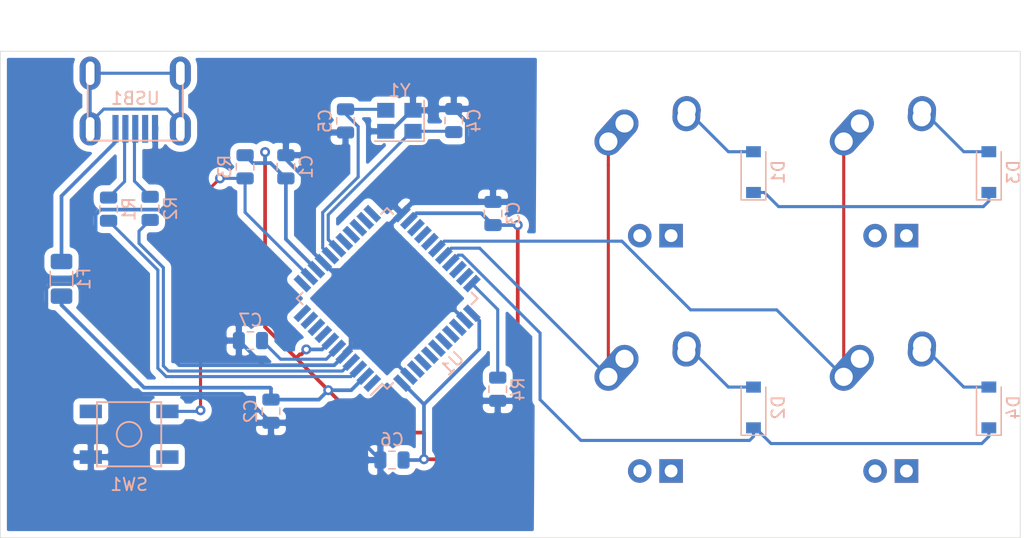
<source format=kicad_pcb>
(kicad_pcb (version 20171130) (host pcbnew "(5.1.4)-1")

  (general
    (thickness 1.6)
    (drawings 4)
    (tracks 234)
    (zones 0)
    (modules 24)
    (nets 46)
  )

  (page A4)
  (layers
    (0 F.Cu signal)
    (31 B.Cu signal)
    (32 B.Adhes user)
    (33 F.Adhes user)
    (34 B.Paste user)
    (35 F.Paste user)
    (36 B.SilkS user)
    (37 F.SilkS user)
    (38 B.Mask user)
    (39 F.Mask user)
    (40 Dwgs.User user)
    (41 Cmts.User user)
    (42 Eco1.User user)
    (43 Eco2.User user)
    (44 Edge.Cuts user)
    (45 Margin user)
    (46 B.CrtYd user)
    (47 F.CrtYd user)
    (48 B.Fab user)
    (49 F.Fab user)
  )

  (setup
    (last_trace_width 0.25)
    (trace_clearance 0.2)
    (zone_clearance 0.508)
    (zone_45_only no)
    (trace_min 0.2)
    (via_size 0.8)
    (via_drill 0.4)
    (via_min_size 0.4)
    (via_min_drill 0.3)
    (uvia_size 0.3)
    (uvia_drill 0.1)
    (uvias_allowed no)
    (uvia_min_size 0.2)
    (uvia_min_drill 0.1)
    (edge_width 0.05)
    (segment_width 0.2)
    (pcb_text_width 0.3)
    (pcb_text_size 1.5 1.5)
    (mod_edge_width 0.12)
    (mod_text_size 1 1)
    (mod_text_width 0.15)
    (pad_size 1.524 1.524)
    (pad_drill 0.762)
    (pad_to_mask_clearance 0.051)
    (solder_mask_min_width 0.25)
    (aux_axis_origin 0 0)
    (visible_elements 7FFFFFFF)
    (pcbplotparams
      (layerselection 0x010fc_ffffffff)
      (usegerberextensions false)
      (usegerberattributes false)
      (usegerberadvancedattributes false)
      (creategerberjobfile false)
      (excludeedgelayer true)
      (linewidth 0.100000)
      (plotframeref false)
      (viasonmask false)
      (mode 1)
      (useauxorigin false)
      (hpglpennumber 1)
      (hpglpenspeed 20)
      (hpglpendiameter 15.000000)
      (psnegative false)
      (psa4output false)
      (plotreference true)
      (plotvalue true)
      (plotinvisibletext false)
      (padsonsilk false)
      (subtractmaskfromsilk false)
      (outputformat 1)
      (mirror false)
      (drillshape 1)
      (scaleselection 1)
      (outputdirectory ""))
  )

  (net 0 "")
  (net 1 GND)
  (net 2 +5V)
  (net 3 "Net-(C4-Pad1)")
  (net 4 "Net-(C5-Pad1)")
  (net 5 "Net-(C7-Pad1)")
  (net 6 "Net-(D1-Pad2)")
  (net 7 ROW0)
  (net 8 "Net-(D2-Pad2)")
  (net 9 ROW1)
  (net 10 "Net-(D3-Pad2)")
  (net 11 "Net-(D4-Pad2)")
  (net 12 VCC)
  (net 13 COL0)
  (net 14 COL1)
  (net 15 D-)
  (net 16 "Net-(R1-Pad1)")
  (net 17 D+)
  (net 18 "Net-(R2-Pad1)")
  (net 19 "Net-(R3-Pad2)")
  (net 20 "Net-(R4-Pad2)")
  (net 21 "Net-(U1-Pad42)")
  (net 22 "Net-(U1-Pad41)")
  (net 23 "Net-(U1-Pad40)")
  (net 24 "Net-(U1-Pad39)")
  (net 25 "Net-(U1-Pad38)")
  (net 26 "Net-(U1-Pad37)")
  (net 27 "Net-(U1-Pad36)")
  (net 28 "Net-(U1-Pad32)")
  (net 29 "Net-(U1-Pad31)")
  (net 30 ROW2)
  (net 31 "Net-(U1-Pad26)")
  (net 32 "Net-(U1-Pad25)")
  (net 33 "Net-(U1-Pad22)")
  (net 34 "Net-(U1-Pad21)")
  (net 35 "Net-(U1-Pad20)")
  (net 36 "Net-(U1-Pad19)")
  (net 37 "Net-(U1-Pad18)")
  (net 38 "Net-(U1-Pad12)")
  (net 39 "Net-(U1-Pad11)")
  (net 40 "Net-(U1-Pad10)")
  (net 41 "Net-(U1-Pad9)")
  (net 42 "Net-(U1-Pad8)")
  (net 43 "Net-(U1-Pad1)")
  (net 44 "Net-(USB1-Pad6)")
  (net 45 "Net-(USB1-Pad2)")

  (net_class Default "Esta é a classe de rede padrão."
    (clearance 0.2)
    (trace_width 0.25)
    (via_dia 0.8)
    (via_drill 0.4)
    (uvia_dia 0.3)
    (uvia_drill 0.1)
    (add_net COL0)
    (add_net COL1)
    (add_net D+)
    (add_net D-)
    (add_net "Net-(C4-Pad1)")
    (add_net "Net-(C5-Pad1)")
    (add_net "Net-(C7-Pad1)")
    (add_net "Net-(D1-Pad2)")
    (add_net "Net-(D2-Pad2)")
    (add_net "Net-(D3-Pad2)")
    (add_net "Net-(D4-Pad2)")
    (add_net "Net-(R1-Pad1)")
    (add_net "Net-(R2-Pad1)")
    (add_net "Net-(R3-Pad2)")
    (add_net "Net-(R4-Pad2)")
    (add_net "Net-(U1-Pad1)")
    (add_net "Net-(U1-Pad10)")
    (add_net "Net-(U1-Pad11)")
    (add_net "Net-(U1-Pad12)")
    (add_net "Net-(U1-Pad18)")
    (add_net "Net-(U1-Pad19)")
    (add_net "Net-(U1-Pad20)")
    (add_net "Net-(U1-Pad21)")
    (add_net "Net-(U1-Pad22)")
    (add_net "Net-(U1-Pad25)")
    (add_net "Net-(U1-Pad26)")
    (add_net "Net-(U1-Pad31)")
    (add_net "Net-(U1-Pad32)")
    (add_net "Net-(U1-Pad36)")
    (add_net "Net-(U1-Pad37)")
    (add_net "Net-(U1-Pad38)")
    (add_net "Net-(U1-Pad39)")
    (add_net "Net-(U1-Pad40)")
    (add_net "Net-(U1-Pad41)")
    (add_net "Net-(U1-Pad42)")
    (add_net "Net-(U1-Pad8)")
    (add_net "Net-(U1-Pad9)")
    (add_net "Net-(USB1-Pad2)")
    (add_net "Net-(USB1-Pad6)")
    (add_net ROW0)
    (add_net ROW1)
    (add_net ROW2)
  )

  (net_class Power ""
    (clearance 0.2)
    (trace_width 0.3)
    (via_dia 0.8)
    (via_drill 0.4)
    (uvia_dia 0.3)
    (uvia_drill 0.1)
    (add_net +5V)
    (add_net GND)
    (add_net VCC)
  )

  (module MX_Alps_Hybrid:MX-1U (layer F.Cu) (tedit 5A9F3A9A) (tstamp 63B0F22C)
    (at 112.7125 61.9125)
    (path /63B31028)
    (fp_text reference MX3 (at 0 3.175) (layer Dwgs.User)
      (effects (font (size 1 1) (thickness 0.15)))
    )
    (fp_text value MX-NoLED (at 0 -7.9375) (layer Dwgs.User)
      (effects (font (size 1 1) (thickness 0.15)))
    )
    (fp_line (start -9.525 9.525) (end -9.525 -9.525) (layer Dwgs.User) (width 0.15))
    (fp_line (start 9.525 9.525) (end -9.525 9.525) (layer Dwgs.User) (width 0.15))
    (fp_line (start 9.525 -9.525) (end 9.525 9.525) (layer Dwgs.User) (width 0.15))
    (fp_line (start -9.525 -9.525) (end 9.525 -9.525) (layer Dwgs.User) (width 0.15))
    (fp_line (start -7 -7) (end -7 -5) (layer Dwgs.User) (width 0.15))
    (fp_line (start -5 -7) (end -7 -7) (layer Dwgs.User) (width 0.15))
    (fp_line (start -7 7) (end -5 7) (layer Dwgs.User) (width 0.15))
    (fp_line (start -7 5) (end -7 7) (layer Dwgs.User) (width 0.15))
    (fp_line (start 7 7) (end 7 5) (layer Dwgs.User) (width 0.15))
    (fp_line (start 5 7) (end 7 7) (layer Dwgs.User) (width 0.15))
    (fp_line (start 7 -7) (end 7 -5) (layer Dwgs.User) (width 0.15))
    (fp_line (start 5 -7) (end 7 -7) (layer Dwgs.User) (width 0.15))
    (pad "" np_thru_hole circle (at 5.08 0 48.0996) (size 1.75 1.75) (drill 1.75) (layers *.Cu *.Mask))
    (pad "" np_thru_hole circle (at -5.08 0 48.0996) (size 1.75 1.75) (drill 1.75) (layers *.Cu *.Mask))
    (pad 4 thru_hole rect (at 1.27 5.08) (size 1.905 1.905) (drill 1.04) (layers *.Cu B.Mask))
    (pad 3 thru_hole circle (at -1.27 5.08) (size 1.905 1.905) (drill 1.04) (layers *.Cu B.Mask))
    (pad 1 thru_hole circle (at -2.5 -4) (size 2.25 2.25) (drill 1.47) (layers *.Cu B.Mask)
      (net 14 COL1))
    (pad "" np_thru_hole circle (at 0 0) (size 3.9878 3.9878) (drill 3.9878) (layers *.Cu *.Mask))
    (pad 1 thru_hole oval (at -3.81 -2.54 48.0996) (size 4.211556 2.25) (drill 1.47 (offset 0.980778 0)) (layers *.Cu B.Mask)
      (net 14 COL1))
    (pad 2 thru_hole circle (at 2.54 -5.08) (size 2.25 2.25) (drill 1.47) (layers *.Cu B.Mask)
      (net 10 "Net-(D3-Pad2)"))
    (pad 2 thru_hole oval (at 2.5 -4.5 86.0548) (size 2.831378 2.25) (drill 1.47 (offset 0.290689 0)) (layers *.Cu B.Mask)
      (net 10 "Net-(D3-Pad2)"))
  )

  (module Capacitor_SMD:C_0805_2012Metric (layer B.Cu) (tedit 5B36C52B) (tstamp 63B0F117)
    (at 62.5475 81.2015 270)
    (descr "Capacitor SMD 0805 (2012 Metric), square (rectangular) end terminal, IPC_7351 nominal, (Body size source: https://docs.google.com/spreadsheets/d/1BsfQQcO9C6DZCsRaXUlFlo91Tg2WpOkGARC1WS5S8t0/edit?usp=sharing), generated with kicad-footprint-generator")
    (tags capacitor)
    (path /63B13132)
    (attr smd)
    (fp_text reference C2 (at 0 1.65 270) (layer B.SilkS)
      (effects (font (size 1 1) (thickness 0.15)) (justify mirror))
    )
    (fp_text value 0.1uF (at 0 -1.65 270) (layer B.Fab)
      (effects (font (size 1 1) (thickness 0.15)) (justify mirror))
    )
    (fp_text user %R (at 0 0 270) (layer B.Fab)
      (effects (font (size 0.5 0.5) (thickness 0.08)) (justify mirror))
    )
    (fp_line (start 1.68 -0.95) (end -1.68 -0.95) (layer B.CrtYd) (width 0.05))
    (fp_line (start 1.68 0.95) (end 1.68 -0.95) (layer B.CrtYd) (width 0.05))
    (fp_line (start -1.68 0.95) (end 1.68 0.95) (layer B.CrtYd) (width 0.05))
    (fp_line (start -1.68 -0.95) (end -1.68 0.95) (layer B.CrtYd) (width 0.05))
    (fp_line (start -0.258578 -0.71) (end 0.258578 -0.71) (layer B.SilkS) (width 0.12))
    (fp_line (start -0.258578 0.71) (end 0.258578 0.71) (layer B.SilkS) (width 0.12))
    (fp_line (start 1 -0.6) (end -1 -0.6) (layer B.Fab) (width 0.1))
    (fp_line (start 1 0.6) (end 1 -0.6) (layer B.Fab) (width 0.1))
    (fp_line (start -1 0.6) (end 1 0.6) (layer B.Fab) (width 0.1))
    (fp_line (start -1 -0.6) (end -1 0.6) (layer B.Fab) (width 0.1))
    (pad 2 smd roundrect (at 0.9375 0 270) (size 0.975 1.4) (layers B.Cu B.Paste B.Mask) (roundrect_rratio 0.25)
      (net 1 GND))
    (pad 1 smd roundrect (at -0.9375 0 270) (size 0.975 1.4) (layers B.Cu B.Paste B.Mask) (roundrect_rratio 0.25)
      (net 2 +5V))
    (model ${KISYS3DMOD}/Capacitor_SMD.3dshapes/C_0805_2012Metric.wrl
      (at (xyz 0 0 0))
      (scale (xyz 1 1 1))
      (rotate (xyz 0 0 0))
    )
  )

  (module Crystal:Crystal_SMD_3225-4Pin_3.2x2.5mm (layer B.Cu) (tedit 5A0FD1B2) (tstamp 63B0F31E)
    (at 72.941 57.697 180)
    (descr "SMD Crystal SERIES SMD3225/4 http://www.txccrystal.com/images/pdf/7m-accuracy.pdf, 3.2x2.5mm^2 package")
    (tags "SMD SMT crystal")
    (path /63B18BDC)
    (attr smd)
    (fp_text reference Y1 (at 0 2.45) (layer B.SilkS)
      (effects (font (size 1 1) (thickness 0.15)) (justify mirror))
    )
    (fp_text value 16MHz (at 0 -2.45) (layer B.Fab)
      (effects (font (size 1 1) (thickness 0.15)) (justify mirror))
    )
    (fp_line (start 2.1 1.7) (end -2.1 1.7) (layer B.CrtYd) (width 0.05))
    (fp_line (start 2.1 -1.7) (end 2.1 1.7) (layer B.CrtYd) (width 0.05))
    (fp_line (start -2.1 -1.7) (end 2.1 -1.7) (layer B.CrtYd) (width 0.05))
    (fp_line (start -2.1 1.7) (end -2.1 -1.7) (layer B.CrtYd) (width 0.05))
    (fp_line (start -2 -1.65) (end 2 -1.65) (layer B.SilkS) (width 0.12))
    (fp_line (start -2 1.65) (end -2 -1.65) (layer B.SilkS) (width 0.12))
    (fp_line (start -1.6 -0.25) (end -0.6 -1.25) (layer B.Fab) (width 0.1))
    (fp_line (start 1.6 1.25) (end -1.6 1.25) (layer B.Fab) (width 0.1))
    (fp_line (start 1.6 -1.25) (end 1.6 1.25) (layer B.Fab) (width 0.1))
    (fp_line (start -1.6 -1.25) (end 1.6 -1.25) (layer B.Fab) (width 0.1))
    (fp_line (start -1.6 1.25) (end -1.6 -1.25) (layer B.Fab) (width 0.1))
    (fp_text user %R (at 0 0) (layer B.Fab)
      (effects (font (size 0.7 0.7) (thickness 0.105)) (justify mirror))
    )
    (pad 4 smd rect (at -1.1 0.85 180) (size 1.4 1.2) (layers B.Cu B.Paste B.Mask)
      (net 1 GND))
    (pad 3 smd rect (at 1.1 0.85 180) (size 1.4 1.2) (layers B.Cu B.Paste B.Mask)
      (net 4 "Net-(C5-Pad1)"))
    (pad 2 smd rect (at 1.1 -0.85 180) (size 1.4 1.2) (layers B.Cu B.Paste B.Mask)
      (net 1 GND))
    (pad 1 smd rect (at -1.1 -0.85 180) (size 1.4 1.2) (layers B.Cu B.Paste B.Mask)
      (net 3 "Net-(C4-Pad1)"))
    (model ${KISYS3DMOD}/Crystal.3dshapes/Crystal_SMD_3225-4Pin_3.2x2.5mm.wrl
      (at (xyz 0 0 0))
      (scale (xyz 1 1 1))
      (rotate (xyz 0 0 0))
    )
  )

  (module random-keyboard-parts:Molex-0548190589 (layer B.Cu) (tedit 5C494815) (tstamp 63B0F30A)
    (at 51.562 53.848 270)
    (path /63B266D0)
    (attr smd)
    (fp_text reference USB1 (at 2.032 0) (layer B.SilkS)
      (effects (font (size 1 1) (thickness 0.15)) (justify mirror))
    )
    (fp_text value Molex-0548190589 (at -5.08 0) (layer Dwgs.User)
      (effects (font (size 1 1) (thickness 0.15)))
    )
    (fp_text user %R (at 2 0) (layer B.CrtYd)
      (effects (font (size 1 1) (thickness 0.15)) (justify mirror))
    )
    (fp_line (start 3.25 1.25) (end 5.5 1.25) (layer B.CrtYd) (width 0.15))
    (fp_line (start 5.5 0.5) (end 3.25 0.5) (layer B.CrtYd) (width 0.15))
    (fp_line (start 3.25 -0.5) (end 5.5 -0.5) (layer B.CrtYd) (width 0.15))
    (fp_line (start 5.5 -1.25) (end 3.25 -1.25) (layer B.CrtYd) (width 0.15))
    (fp_line (start 3.25 -2) (end 5.5 -2) (layer B.CrtYd) (width 0.15))
    (fp_line (start 3.25 2) (end 3.25 -2) (layer B.CrtYd) (width 0.15))
    (fp_line (start 5.5 2) (end 3.25 2) (layer B.CrtYd) (width 0.15))
    (fp_line (start -3.75 -3.75) (end -3.75 3.75) (layer B.CrtYd) (width 0.15))
    (fp_line (start 5.5 -3.75) (end -3.75 -3.75) (layer B.CrtYd) (width 0.15))
    (fp_line (start 5.5 3.75) (end 5.5 -3.75) (layer B.CrtYd) (width 0.15))
    (fp_line (start -3.75 3.75) (end 5.5 3.75) (layer B.CrtYd) (width 0.15))
    (fp_line (start 0 3.85) (end 5.45 3.85) (layer B.SilkS) (width 0.15))
    (fp_line (start 0 -3.85) (end 5.45 -3.85) (layer B.SilkS) (width 0.15))
    (fp_line (start 5.45 3.85) (end 5.45 -3.85) (layer B.SilkS) (width 0.15))
    (fp_line (start -3.75 3.85) (end 0 3.85) (layer Dwgs.User) (width 0.15))
    (fp_line (start -3.75 -3.85) (end 0 -3.85) (layer Dwgs.User) (width 0.15))
    (fp_line (start -1.75 4.572) (end -1.75 -4.572) (layer Dwgs.User) (width 0.15))
    (fp_line (start -3.75 3.85) (end -3.75 -3.85) (layer Dwgs.User) (width 0.15))
    (pad 6 thru_hole oval (at 0 3.65 270) (size 2.7 1.7) (drill oval 1.9 0.7) (layers *.Cu *.Mask)
      (net 44 "Net-(USB1-Pad6)"))
    (pad 6 thru_hole oval (at 0 -3.65 270) (size 2.7 1.7) (drill oval 1.9 0.7) (layers *.Cu *.Mask)
      (net 44 "Net-(USB1-Pad6)"))
    (pad 6 thru_hole oval (at 4.5 -3.65 270) (size 2.7 1.7) (drill oval 1.9 0.7) (layers *.Cu *.Mask)
      (net 44 "Net-(USB1-Pad6)"))
    (pad 6 thru_hole oval (at 4.5 3.65 270) (size 2.7 1.7) (drill oval 1.9 0.7) (layers *.Cu *.Mask)
      (net 44 "Net-(USB1-Pad6)"))
    (pad 5 smd rect (at 4.5 1.6 270) (size 2.25 0.5) (layers B.Cu B.Paste B.Mask)
      (net 12 VCC))
    (pad 4 smd rect (at 4.5 0.8 270) (size 2.25 0.5) (layers B.Cu B.Paste B.Mask)
      (net 15 D-))
    (pad 3 smd rect (at 4.5 0 270) (size 2.25 0.5) (layers B.Cu B.Paste B.Mask)
      (net 17 D+))
    (pad 2 smd rect (at 4.5 -0.8 270) (size 2.25 0.5) (layers B.Cu B.Paste B.Mask)
      (net 45 "Net-(USB1-Pad2)"))
    (pad 1 smd rect (at 4.5 -1.6 270) (size 2.25 0.5) (layers B.Cu B.Paste B.Mask)
      (net 1 GND))
  )

  (module Package_QFP:TQFP-44_10x10mm_P0.8mm (layer B.Cu) (tedit 5A02F146) (tstamp 63B0F2EA)
    (at 71.9455 72.0725 45)
    (descr "44-Lead Plastic Thin Quad Flatpack (PT) - 10x10x1.0 mm Body [TQFP] (see Microchip Packaging Specification 00000049BS.pdf)")
    (tags "QFP 0.8")
    (path /63B084C1)
    (attr smd)
    (fp_text reference U1 (at 0 7.45 45) (layer B.SilkS)
      (effects (font (size 1 1) (thickness 0.15)) (justify mirror))
    )
    (fp_text value ATmega32U4-AU (at 0 -7.45 45) (layer B.Fab)
      (effects (font (size 1 1) (thickness 0.15)) (justify mirror))
    )
    (fp_line (start -5.175 4.6) (end -6.45 4.6) (layer B.SilkS) (width 0.15))
    (fp_line (start 5.175 5.175) (end 4.5 5.175) (layer B.SilkS) (width 0.15))
    (fp_line (start 5.175 -5.175) (end 4.5 -5.175) (layer B.SilkS) (width 0.15))
    (fp_line (start -5.175 -5.175) (end -4.5 -5.175) (layer B.SilkS) (width 0.15))
    (fp_line (start -5.175 5.175) (end -4.5 5.175) (layer B.SilkS) (width 0.15))
    (fp_line (start -5.175 -5.175) (end -5.175 -4.5) (layer B.SilkS) (width 0.15))
    (fp_line (start 5.175 -5.175) (end 5.175 -4.5) (layer B.SilkS) (width 0.15))
    (fp_line (start 5.175 5.175) (end 5.175 4.5) (layer B.SilkS) (width 0.15))
    (fp_line (start -5.175 5.175) (end -5.175 4.6) (layer B.SilkS) (width 0.15))
    (fp_line (start -6.7 -6.7) (end 6.7 -6.7) (layer B.CrtYd) (width 0.05))
    (fp_line (start -6.7 6.7) (end 6.7 6.7) (layer B.CrtYd) (width 0.05))
    (fp_line (start 6.7 6.7) (end 6.7 -6.7) (layer B.CrtYd) (width 0.05))
    (fp_line (start -6.7 6.7) (end -6.7 -6.7) (layer B.CrtYd) (width 0.05))
    (fp_line (start -5 4) (end -4 5) (layer B.Fab) (width 0.15))
    (fp_line (start -5 -5) (end -5 4) (layer B.Fab) (width 0.15))
    (fp_line (start 5 -5) (end -5 -5) (layer B.Fab) (width 0.15))
    (fp_line (start 5 5) (end 5 -5) (layer B.Fab) (width 0.15))
    (fp_line (start -4 5) (end 5 5) (layer B.Fab) (width 0.15))
    (fp_text user %R (at 0 0 45) (layer B.Fab)
      (effects (font (size 1 1) (thickness 0.15)) (justify mirror))
    )
    (pad 44 smd rect (at -4 5.7 315) (size 1.5 0.55) (layers B.Cu B.Paste B.Mask)
      (net 2 +5V))
    (pad 43 smd rect (at -3.2 5.7 315) (size 1.5 0.55) (layers B.Cu B.Paste B.Mask)
      (net 1 GND))
    (pad 42 smd rect (at -2.4 5.7 315) (size 1.5 0.55) (layers B.Cu B.Paste B.Mask)
      (net 21 "Net-(U1-Pad42)"))
    (pad 41 smd rect (at -1.6 5.7 315) (size 1.5 0.55) (layers B.Cu B.Paste B.Mask)
      (net 22 "Net-(U1-Pad41)"))
    (pad 40 smd rect (at -0.8 5.7 315) (size 1.5 0.55) (layers B.Cu B.Paste B.Mask)
      (net 23 "Net-(U1-Pad40)"))
    (pad 39 smd rect (at 0 5.7 315) (size 1.5 0.55) (layers B.Cu B.Paste B.Mask)
      (net 24 "Net-(U1-Pad39)"))
    (pad 38 smd rect (at 0.8 5.7 315) (size 1.5 0.55) (layers B.Cu B.Paste B.Mask)
      (net 25 "Net-(U1-Pad38)"))
    (pad 37 smd rect (at 1.6 5.7 315) (size 1.5 0.55) (layers B.Cu B.Paste B.Mask)
      (net 26 "Net-(U1-Pad37)"))
    (pad 36 smd rect (at 2.4 5.7 315) (size 1.5 0.55) (layers B.Cu B.Paste B.Mask)
      (net 27 "Net-(U1-Pad36)"))
    (pad 35 smd rect (at 3.2 5.7 315) (size 1.5 0.55) (layers B.Cu B.Paste B.Mask)
      (net 1 GND))
    (pad 34 smd rect (at 4 5.7 315) (size 1.5 0.55) (layers B.Cu B.Paste B.Mask)
      (net 2 +5V))
    (pad 33 smd rect (at 5.7 4 45) (size 1.5 0.55) (layers B.Cu B.Paste B.Mask)
      (net 20 "Net-(R4-Pad2)"))
    (pad 32 smd rect (at 5.7 3.2 45) (size 1.5 0.55) (layers B.Cu B.Paste B.Mask)
      (net 28 "Net-(U1-Pad32)"))
    (pad 31 smd rect (at 5.7 2.4 45) (size 1.5 0.55) (layers B.Cu B.Paste B.Mask)
      (net 29 "Net-(U1-Pad31)"))
    (pad 30 smd rect (at 5.7 1.6 45) (size 1.5 0.55) (layers B.Cu B.Paste B.Mask)
      (net 9 ROW1))
    (pad 29 smd rect (at 5.7 0.8 45) (size 1.5 0.55) (layers B.Cu B.Paste B.Mask)
      (net 13 COL0))
    (pad 28 smd rect (at 5.7 0 45) (size 1.5 0.55) (layers B.Cu B.Paste B.Mask)
      (net 14 COL1))
    (pad 27 smd rect (at 5.7 -0.8 45) (size 1.5 0.55) (layers B.Cu B.Paste B.Mask)
      (net 30 ROW2))
    (pad 26 smd rect (at 5.7 -1.6 45) (size 1.5 0.55) (layers B.Cu B.Paste B.Mask)
      (net 31 "Net-(U1-Pad26)"))
    (pad 25 smd rect (at 5.7 -2.4 45) (size 1.5 0.55) (layers B.Cu B.Paste B.Mask)
      (net 32 "Net-(U1-Pad25)"))
    (pad 24 smd rect (at 5.7 -3.2 45) (size 1.5 0.55) (layers B.Cu B.Paste B.Mask)
      (net 2 +5V))
    (pad 23 smd rect (at 5.7 -4 45) (size 1.5 0.55) (layers B.Cu B.Paste B.Mask)
      (net 1 GND))
    (pad 22 smd rect (at 4 -5.7 315) (size 1.5 0.55) (layers B.Cu B.Paste B.Mask)
      (net 33 "Net-(U1-Pad22)"))
    (pad 21 smd rect (at 3.2 -5.7 315) (size 1.5 0.55) (layers B.Cu B.Paste B.Mask)
      (net 34 "Net-(U1-Pad21)"))
    (pad 20 smd rect (at 2.4 -5.7 315) (size 1.5 0.55) (layers B.Cu B.Paste B.Mask)
      (net 35 "Net-(U1-Pad20)"))
    (pad 19 smd rect (at 1.6 -5.7 315) (size 1.5 0.55) (layers B.Cu B.Paste B.Mask)
      (net 36 "Net-(U1-Pad19)"))
    (pad 18 smd rect (at 0.8 -5.7 315) (size 1.5 0.55) (layers B.Cu B.Paste B.Mask)
      (net 37 "Net-(U1-Pad18)"))
    (pad 17 smd rect (at 0 -5.7 315) (size 1.5 0.55) (layers B.Cu B.Paste B.Mask)
      (net 3 "Net-(C4-Pad1)"))
    (pad 16 smd rect (at -0.8 -5.7 315) (size 1.5 0.55) (layers B.Cu B.Paste B.Mask)
      (net 4 "Net-(C5-Pad1)"))
    (pad 15 smd rect (at -1.6 -5.7 315) (size 1.5 0.55) (layers B.Cu B.Paste B.Mask)
      (net 1 GND))
    (pad 14 smd rect (at -2.4 -5.7 315) (size 1.5 0.55) (layers B.Cu B.Paste B.Mask)
      (net 2 +5V))
    (pad 13 smd rect (at -3.2 -5.7 315) (size 1.5 0.55) (layers B.Cu B.Paste B.Mask)
      (net 19 "Net-(R3-Pad2)"))
    (pad 12 smd rect (at -4 -5.7 315) (size 1.5 0.55) (layers B.Cu B.Paste B.Mask)
      (net 38 "Net-(U1-Pad12)"))
    (pad 11 smd rect (at -5.7 -4 45) (size 1.5 0.55) (layers B.Cu B.Paste B.Mask)
      (net 39 "Net-(U1-Pad11)"))
    (pad 10 smd rect (at -5.7 -3.2 45) (size 1.5 0.55) (layers B.Cu B.Paste B.Mask)
      (net 40 "Net-(U1-Pad10)"))
    (pad 9 smd rect (at -5.7 -2.4 45) (size 1.5 0.55) (layers B.Cu B.Paste B.Mask)
      (net 41 "Net-(U1-Pad9)"))
    (pad 8 smd rect (at -5.7 -1.6 45) (size 1.5 0.55) (layers B.Cu B.Paste B.Mask)
      (net 42 "Net-(U1-Pad8)"))
    (pad 7 smd rect (at -5.7 -0.8 45) (size 1.5 0.55) (layers B.Cu B.Paste B.Mask)
      (net 2 +5V))
    (pad 6 smd rect (at -5.7 0 45) (size 1.5 0.55) (layers B.Cu B.Paste B.Mask)
      (net 5 "Net-(C7-Pad1)"))
    (pad 5 smd rect (at -5.7 0.8 45) (size 1.5 0.55) (layers B.Cu B.Paste B.Mask)
      (net 1 GND))
    (pad 4 smd rect (at -5.7 1.6 45) (size 1.5 0.55) (layers B.Cu B.Paste B.Mask)
      (net 18 "Net-(R2-Pad1)"))
    (pad 3 smd rect (at -5.7 2.4 45) (size 1.5 0.55) (layers B.Cu B.Paste B.Mask)
      (net 16 "Net-(R1-Pad1)"))
    (pad 2 smd rect (at -5.7 3.2 45) (size 1.5 0.55) (layers B.Cu B.Paste B.Mask)
      (net 2 +5V))
    (pad 1 smd rect (at -5.7 4 45) (size 1.5 0.55) (layers B.Cu B.Paste B.Mask)
      (net 43 "Net-(U1-Pad1)"))
    (model ${KISYS3DMOD}/Package_QFP.3dshapes/TQFP-44_10x10mm_P0.8mm.wrl
      (at (xyz 0 0 0))
      (scale (xyz 1 1 1))
      (rotate (xyz 0 0 0))
    )
  )

  (module random-keyboard-parts:SKQG-1155865 (layer B.Cu) (tedit 5E62B398) (tstamp 63B0F2A7)
    (at 51.0655 83.0665 180)
    (path /63B1FD95)
    (attr smd)
    (fp_text reference SW1 (at 0 -4.064) (layer B.SilkS)
      (effects (font (size 1 1) (thickness 0.15)) (justify mirror))
    )
    (fp_text value SW_Push (at 0 4.064) (layer B.Fab)
      (effects (font (size 1 1) (thickness 0.15)) (justify mirror))
    )
    (fp_line (start -2.6 2.6) (end 2.6 2.6) (layer B.SilkS) (width 0.15))
    (fp_line (start 2.6 2.6) (end 2.6 -2.6) (layer B.SilkS) (width 0.15))
    (fp_line (start 2.6 -2.6) (end -2.6 -2.6) (layer B.SilkS) (width 0.15))
    (fp_line (start -2.6 -2.6) (end -2.6 2.6) (layer B.SilkS) (width 0.15))
    (fp_circle (center 0 0) (end 1 0) (layer B.SilkS) (width 0.15))
    (fp_line (start -4.2 2.6) (end 4.2 2.6) (layer B.Fab) (width 0.15))
    (fp_line (start 4.2 2.6) (end 4.2 1.2) (layer B.Fab) (width 0.15))
    (fp_line (start 4.2 1.1) (end 2.6 1.1) (layer B.Fab) (width 0.15))
    (fp_line (start 2.6 1.1) (end 2.6 -1.1) (layer B.Fab) (width 0.15))
    (fp_line (start 2.6 -1.1) (end 4.2 -1.1) (layer B.Fab) (width 0.15))
    (fp_line (start 4.2 -1.1) (end 4.2 -2.6) (layer B.Fab) (width 0.15))
    (fp_line (start 4.2 -2.6) (end -4.2 -2.6) (layer B.Fab) (width 0.15))
    (fp_line (start -4.2 -2.6) (end -4.2 -1.1) (layer B.Fab) (width 0.15))
    (fp_line (start -4.2 -1.1) (end -2.6 -1.1) (layer B.Fab) (width 0.15))
    (fp_line (start -2.6 -1.1) (end -2.6 1.1) (layer B.Fab) (width 0.15))
    (fp_line (start -2.6 1.1) (end -4.2 1.1) (layer B.Fab) (width 0.15))
    (fp_line (start -4.2 1.1) (end -4.2 2.6) (layer B.Fab) (width 0.15))
    (fp_circle (center 0 0) (end 1 0) (layer B.Fab) (width 0.15))
    (fp_line (start -2.6 1.1) (end -1.1 2.6) (layer B.Fab) (width 0.15))
    (fp_line (start 2.6 1.1) (end 1.1 2.6) (layer B.Fab) (width 0.15))
    (fp_line (start 2.6 -1.1) (end 1.1 -2.6) (layer B.Fab) (width 0.15))
    (fp_line (start -2.6 -1.1) (end -1.1 -2.6) (layer B.Fab) (width 0.15))
    (pad 4 smd rect (at -3.1 -1.85 180) (size 1.8 1.1) (layers B.Cu B.Paste B.Mask))
    (pad 3 smd rect (at 3.1 1.85 180) (size 1.8 1.1) (layers B.Cu B.Paste B.Mask))
    (pad 2 smd rect (at -3.1 1.85 180) (size 1.8 1.1) (layers B.Cu B.Paste B.Mask)
      (net 19 "Net-(R3-Pad2)"))
    (pad 1 smd rect (at 3.1 -1.85 180) (size 1.8 1.1) (layers B.Cu B.Paste B.Mask)
      (net 1 GND))
    (model ${KISYS3DMOD}/Button_Switch_SMD.3dshapes/SW_SPST_TL3342.step
      (at (xyz 0 0 0))
      (scale (xyz 1 1 1))
      (rotate (xyz 0 0 0))
    )
  )

  (module Resistor_SMD:R_0805_2012Metric (layer B.Cu) (tedit 5B36C52B) (tstamp 63B0F289)
    (at 80.899 79.4235 90)
    (descr "Resistor SMD 0805 (2012 Metric), square (rectangular) end terminal, IPC_7351 nominal, (Body size source: https://docs.google.com/spreadsheets/d/1BsfQQcO9C6DZCsRaXUlFlo91Tg2WpOkGARC1WS5S8t0/edit?usp=sharing), generated with kicad-footprint-generator")
    (tags resistor)
    (path /63B0C648)
    (attr smd)
    (fp_text reference R4 (at 0 1.65 270) (layer B.SilkS)
      (effects (font (size 1 1) (thickness 0.15)) (justify mirror))
    )
    (fp_text value 10k (at 0 -1.65 270) (layer B.Fab)
      (effects (font (size 1 1) (thickness 0.15)) (justify mirror))
    )
    (fp_text user %R (at 0 0 270) (layer B.Fab)
      (effects (font (size 0.5 0.5) (thickness 0.08)) (justify mirror))
    )
    (fp_line (start 1.68 -0.95) (end -1.68 -0.95) (layer B.CrtYd) (width 0.05))
    (fp_line (start 1.68 0.95) (end 1.68 -0.95) (layer B.CrtYd) (width 0.05))
    (fp_line (start -1.68 0.95) (end 1.68 0.95) (layer B.CrtYd) (width 0.05))
    (fp_line (start -1.68 -0.95) (end -1.68 0.95) (layer B.CrtYd) (width 0.05))
    (fp_line (start -0.258578 -0.71) (end 0.258578 -0.71) (layer B.SilkS) (width 0.12))
    (fp_line (start -0.258578 0.71) (end 0.258578 0.71) (layer B.SilkS) (width 0.12))
    (fp_line (start 1 -0.6) (end -1 -0.6) (layer B.Fab) (width 0.1))
    (fp_line (start 1 0.6) (end 1 -0.6) (layer B.Fab) (width 0.1))
    (fp_line (start -1 0.6) (end 1 0.6) (layer B.Fab) (width 0.1))
    (fp_line (start -1 -0.6) (end -1 0.6) (layer B.Fab) (width 0.1))
    (pad 2 smd roundrect (at 0.9375 0 90) (size 0.975 1.4) (layers B.Cu B.Paste B.Mask) (roundrect_rratio 0.25)
      (net 20 "Net-(R4-Pad2)"))
    (pad 1 smd roundrect (at -0.9375 0 90) (size 0.975 1.4) (layers B.Cu B.Paste B.Mask) (roundrect_rratio 0.25)
      (net 1 GND))
    (model ${KISYS3DMOD}/Resistor_SMD.3dshapes/R_0805_2012Metric.wrl
      (at (xyz 0 0 0))
      (scale (xyz 1 1 1))
      (rotate (xyz 0 0 0))
    )
  )

  (module Resistor_SMD:R_0805_2012Metric (layer B.Cu) (tedit 5B36C52B) (tstamp 63B0F278)
    (at 60.452 61.4195 270)
    (descr "Resistor SMD 0805 (2012 Metric), square (rectangular) end terminal, IPC_7351 nominal, (Body size source: https://docs.google.com/spreadsheets/d/1BsfQQcO9C6DZCsRaXUlFlo91Tg2WpOkGARC1WS5S8t0/edit?usp=sharing), generated with kicad-footprint-generator")
    (tags resistor)
    (path /63B221C7)
    (attr smd)
    (fp_text reference R3 (at 0 1.65 270) (layer B.SilkS)
      (effects (font (size 1 1) (thickness 0.15)) (justify mirror))
    )
    (fp_text value 10k (at 0 -1.65 270) (layer B.Fab)
      (effects (font (size 1 1) (thickness 0.15)) (justify mirror))
    )
    (fp_text user %R (at 1 -0.6 270) (layer B.Fab)
      (effects (font (size 0.5 0.5) (thickness 0.08)) (justify mirror))
    )
    (fp_line (start 1.68 -0.95) (end -1.68 -0.95) (layer B.CrtYd) (width 0.05))
    (fp_line (start 1.68 0.95) (end 1.68 -0.95) (layer B.CrtYd) (width 0.05))
    (fp_line (start -1.68 0.95) (end 1.68 0.95) (layer B.CrtYd) (width 0.05))
    (fp_line (start -1.68 -0.95) (end -1.68 0.95) (layer B.CrtYd) (width 0.05))
    (fp_line (start -0.258578 -0.71) (end 0.258578 -0.71) (layer B.SilkS) (width 0.12))
    (fp_line (start -0.258578 0.71) (end 0.258578 0.71) (layer B.SilkS) (width 0.12))
    (fp_line (start 1 -0.6) (end -1 -0.6) (layer B.Fab) (width 0.1))
    (fp_line (start 1 0.6) (end 1 -0.6) (layer B.Fab) (width 0.1))
    (fp_line (start -1 0.6) (end 1 0.6) (layer B.Fab) (width 0.1))
    (fp_line (start -1 -0.6) (end -1 0.6) (layer B.Fab) (width 0.1))
    (pad 2 smd roundrect (at 0.9375 0 270) (size 0.975 1.4) (layers B.Cu B.Paste B.Mask) (roundrect_rratio 0.25)
      (net 19 "Net-(R3-Pad2)"))
    (pad 1 smd roundrect (at -0.9375 0 270) (size 0.975 1.4) (layers B.Cu B.Paste B.Mask) (roundrect_rratio 0.25)
      (net 2 +5V))
    (model ${KISYS3DMOD}/Resistor_SMD.3dshapes/R_0805_2012Metric.wrl
      (at (xyz 0 0 0))
      (scale (xyz 1 1 1))
      (rotate (xyz 0 0 0))
    )
  )

  (module Resistor_SMD:R_0805_2012Metric (layer B.Cu) (tedit 5B36C52B) (tstamp 63B0F267)
    (at 52.7685 64.785 90)
    (descr "Resistor SMD 0805 (2012 Metric), square (rectangular) end terminal, IPC_7351 nominal, (Body size source: https://docs.google.com/spreadsheets/d/1BsfQQcO9C6DZCsRaXUlFlo91Tg2WpOkGARC1WS5S8t0/edit?usp=sharing), generated with kicad-footprint-generator")
    (tags resistor)
    (path /63B0EB58)
    (attr smd)
    (fp_text reference R2 (at 0 1.65 270) (layer B.SilkS)
      (effects (font (size 1 1) (thickness 0.15)) (justify mirror))
    )
    (fp_text value 22ohm (at 0 -1.65 270) (layer B.Fab)
      (effects (font (size 1 1) (thickness 0.15)) (justify mirror))
    )
    (fp_text user %R (at 0 0 270) (layer B.Fab)
      (effects (font (size 0.5 0.5) (thickness 0.08)) (justify mirror))
    )
    (fp_line (start 1.68 -0.95) (end -1.68 -0.95) (layer B.CrtYd) (width 0.05))
    (fp_line (start 1.68 0.95) (end 1.68 -0.95) (layer B.CrtYd) (width 0.05))
    (fp_line (start -1.68 0.95) (end 1.68 0.95) (layer B.CrtYd) (width 0.05))
    (fp_line (start -1.68 -0.95) (end -1.68 0.95) (layer B.CrtYd) (width 0.05))
    (fp_line (start -0.258578 -0.71) (end 0.258578 -0.71) (layer B.SilkS) (width 0.12))
    (fp_line (start -0.258578 0.71) (end 0.258578 0.71) (layer B.SilkS) (width 0.12))
    (fp_line (start 1 -0.6) (end -1 -0.6) (layer B.Fab) (width 0.1))
    (fp_line (start 1 0.6) (end 1 -0.6) (layer B.Fab) (width 0.1))
    (fp_line (start -1 0.6) (end 1 0.6) (layer B.Fab) (width 0.1))
    (fp_line (start -1 -0.6) (end -1 0.6) (layer B.Fab) (width 0.1))
    (pad 2 smd roundrect (at 0.9375 0 90) (size 0.975 1.4) (layers B.Cu B.Paste B.Mask) (roundrect_rratio 0.25)
      (net 17 D+))
    (pad 1 smd roundrect (at -0.9375 0 90) (size 0.975 1.4) (layers B.Cu B.Paste B.Mask) (roundrect_rratio 0.25)
      (net 18 "Net-(R2-Pad1)"))
    (model ${KISYS3DMOD}/Resistor_SMD.3dshapes/R_0805_2012Metric.wrl
      (at (xyz 0 0 0))
      (scale (xyz 1 1 1))
      (rotate (xyz 0 0 0))
    )
  )

  (module Resistor_SMD:R_0805_2012Metric (layer B.Cu) (tedit 5B36C52B) (tstamp 63B0F256)
    (at 49.403 64.8485 90)
    (descr "Resistor SMD 0805 (2012 Metric), square (rectangular) end terminal, IPC_7351 nominal, (Body size source: https://docs.google.com/spreadsheets/d/1BsfQQcO9C6DZCsRaXUlFlo91Tg2WpOkGARC1WS5S8t0/edit?usp=sharing), generated with kicad-footprint-generator")
    (tags resistor)
    (path /63B0F610)
    (attr smd)
    (fp_text reference R1 (at 0 1.65 270) (layer B.SilkS)
      (effects (font (size 1 1) (thickness 0.15)) (justify mirror))
    )
    (fp_text value 22ohm (at 0 -1.65 270) (layer B.Fab)
      (effects (font (size 1 1) (thickness 0.15)) (justify mirror))
    )
    (fp_text user %R (at 0 0 270) (layer B.Fab)
      (effects (font (size 0.5 0.5) (thickness 0.08)) (justify mirror))
    )
    (fp_line (start 1.68 -0.95) (end -1.68 -0.95) (layer B.CrtYd) (width 0.05))
    (fp_line (start 1.68 0.95) (end 1.68 -0.95) (layer B.CrtYd) (width 0.05))
    (fp_line (start -1.68 0.95) (end 1.68 0.95) (layer B.CrtYd) (width 0.05))
    (fp_line (start -1.68 -0.95) (end -1.68 0.95) (layer B.CrtYd) (width 0.05))
    (fp_line (start -0.258578 -0.71) (end 0.258578 -0.71) (layer B.SilkS) (width 0.12))
    (fp_line (start -0.258578 0.71) (end 0.258578 0.71) (layer B.SilkS) (width 0.12))
    (fp_line (start 1 -0.6) (end -1 -0.6) (layer B.Fab) (width 0.1))
    (fp_line (start 1 0.6) (end 1 -0.6) (layer B.Fab) (width 0.1))
    (fp_line (start -1 0.6) (end 1 0.6) (layer B.Fab) (width 0.1))
    (fp_line (start -1 -0.6) (end -1 0.6) (layer B.Fab) (width 0.1))
    (pad 2 smd roundrect (at 0.9375 0 90) (size 0.975 1.4) (layers B.Cu B.Paste B.Mask) (roundrect_rratio 0.25)
      (net 15 D-))
    (pad 1 smd roundrect (at -0.9375 0 90) (size 0.975 1.4) (layers B.Cu B.Paste B.Mask) (roundrect_rratio 0.25)
      (net 16 "Net-(R1-Pad1)"))
    (model ${KISYS3DMOD}/Resistor_SMD.3dshapes/R_0805_2012Metric.wrl
      (at (xyz 0 0 0))
      (scale (xyz 1 1 1))
      (rotate (xyz 0 0 0))
    )
  )

  (module MX_Alps_Hybrid:MX-1U (layer F.Cu) (tedit 5A9F3A9A) (tstamp 63B0F245)
    (at 112.7125 80.9625)
    (path /63B384F3)
    (fp_text reference MX4 (at 0 3.175) (layer Dwgs.User)
      (effects (font (size 1 1) (thickness 0.15)))
    )
    (fp_text value MX-NoLED (at 0 -7.9375) (layer Dwgs.User)
      (effects (font (size 1 1) (thickness 0.15)))
    )
    (fp_line (start -9.525 9.525) (end -9.525 -9.525) (layer Dwgs.User) (width 0.15))
    (fp_line (start 9.525 9.525) (end -9.525 9.525) (layer Dwgs.User) (width 0.15))
    (fp_line (start 9.525 -9.525) (end 9.525 9.525) (layer Dwgs.User) (width 0.15))
    (fp_line (start -9.525 -9.525) (end 9.525 -9.525) (layer Dwgs.User) (width 0.15))
    (fp_line (start -7 -7) (end -7 -5) (layer Dwgs.User) (width 0.15))
    (fp_line (start -5 -7) (end -7 -7) (layer Dwgs.User) (width 0.15))
    (fp_line (start -7 7) (end -5 7) (layer Dwgs.User) (width 0.15))
    (fp_line (start -7 5) (end -7 7) (layer Dwgs.User) (width 0.15))
    (fp_line (start 7 7) (end 7 5) (layer Dwgs.User) (width 0.15))
    (fp_line (start 5 7) (end 7 7) (layer Dwgs.User) (width 0.15))
    (fp_line (start 7 -7) (end 7 -5) (layer Dwgs.User) (width 0.15))
    (fp_line (start 5 -7) (end 7 -7) (layer Dwgs.User) (width 0.15))
    (pad "" np_thru_hole circle (at 5.08 0 48.0996) (size 1.75 1.75) (drill 1.75) (layers *.Cu *.Mask))
    (pad "" np_thru_hole circle (at -5.08 0 48.0996) (size 1.75 1.75) (drill 1.75) (layers *.Cu *.Mask))
    (pad 4 thru_hole rect (at 1.27 5.08) (size 1.905 1.905) (drill 1.04) (layers *.Cu B.Mask))
    (pad 3 thru_hole circle (at -1.27 5.08) (size 1.905 1.905) (drill 1.04) (layers *.Cu B.Mask))
    (pad 1 thru_hole circle (at -2.5 -4) (size 2.25 2.25) (drill 1.47) (layers *.Cu B.Mask)
      (net 14 COL1))
    (pad "" np_thru_hole circle (at 0 0) (size 3.9878 3.9878) (drill 3.9878) (layers *.Cu *.Mask))
    (pad 1 thru_hole oval (at -3.81 -2.54 48.0996) (size 4.211556 2.25) (drill 1.47 (offset 0.980778 0)) (layers *.Cu B.Mask)
      (net 14 COL1))
    (pad 2 thru_hole circle (at 2.54 -5.08) (size 2.25 2.25) (drill 1.47) (layers *.Cu B.Mask)
      (net 11 "Net-(D4-Pad2)"))
    (pad 2 thru_hole oval (at 2.5 -4.5 86.0548) (size 2.831378 2.25) (drill 1.47 (offset 0.290689 0)) (layers *.Cu B.Mask)
      (net 11 "Net-(D4-Pad2)"))
  )

  (module MX_Alps_Hybrid:MX-1U (layer F.Cu) (tedit 5A9F3A9A) (tstamp 63B0F213)
    (at 93.6625 80.9625)
    (path /63B34690)
    (fp_text reference MX2 (at 0 3.175) (layer Dwgs.User)
      (effects (font (size 1 1) (thickness 0.15)))
    )
    (fp_text value MX-NoLED (at 0 -7.9375) (layer Dwgs.User)
      (effects (font (size 1 1) (thickness 0.15)))
    )
    (fp_line (start -9.525 9.525) (end -9.525 -9.525) (layer Dwgs.User) (width 0.15))
    (fp_line (start 9.525 9.525) (end -9.525 9.525) (layer Dwgs.User) (width 0.15))
    (fp_line (start 9.525 -9.525) (end 9.525 9.525) (layer Dwgs.User) (width 0.15))
    (fp_line (start -9.525 -9.525) (end 9.525 -9.525) (layer Dwgs.User) (width 0.15))
    (fp_line (start -7 -7) (end -7 -5) (layer Dwgs.User) (width 0.15))
    (fp_line (start -5 -7) (end -7 -7) (layer Dwgs.User) (width 0.15))
    (fp_line (start -7 7) (end -5 7) (layer Dwgs.User) (width 0.15))
    (fp_line (start -7 5) (end -7 7) (layer Dwgs.User) (width 0.15))
    (fp_line (start 7 7) (end 7 5) (layer Dwgs.User) (width 0.15))
    (fp_line (start 5 7) (end 7 7) (layer Dwgs.User) (width 0.15))
    (fp_line (start 7 -7) (end 7 -5) (layer Dwgs.User) (width 0.15))
    (fp_line (start 5 -7) (end 7 -7) (layer Dwgs.User) (width 0.15))
    (pad "" np_thru_hole circle (at 5.08 0 48.0996) (size 1.75 1.75) (drill 1.75) (layers *.Cu *.Mask))
    (pad "" np_thru_hole circle (at -5.08 0 48.0996) (size 1.75 1.75) (drill 1.75) (layers *.Cu *.Mask))
    (pad 4 thru_hole rect (at 1.27 5.08) (size 1.905 1.905) (drill 1.04) (layers *.Cu B.Mask))
    (pad 3 thru_hole circle (at -1.27 5.08) (size 1.905 1.905) (drill 1.04) (layers *.Cu B.Mask))
    (pad 1 thru_hole circle (at -2.5 -4) (size 2.25 2.25) (drill 1.47) (layers *.Cu B.Mask)
      (net 13 COL0))
    (pad "" np_thru_hole circle (at 0 0) (size 3.9878 3.9878) (drill 3.9878) (layers *.Cu *.Mask))
    (pad 1 thru_hole oval (at -3.81 -2.54 48.0996) (size 4.211556 2.25) (drill 1.47 (offset 0.980778 0)) (layers *.Cu B.Mask)
      (net 13 COL0))
    (pad 2 thru_hole circle (at 2.54 -5.08) (size 2.25 2.25) (drill 1.47) (layers *.Cu B.Mask)
      (net 8 "Net-(D2-Pad2)"))
    (pad 2 thru_hole oval (at 2.5 -4.5 86.0548) (size 2.831378 2.25) (drill 1.47 (offset 0.290689 0)) (layers *.Cu B.Mask)
      (net 8 "Net-(D2-Pad2)"))
  )

  (module MX_Alps_Hybrid:MX-1U (layer F.Cu) (tedit 5A9F3A9A) (tstamp 63B0F1FA)
    (at 93.6625 61.9125)
    (path /63B2EECD)
    (fp_text reference MX1 (at 0 3.175) (layer Dwgs.User)
      (effects (font (size 1 1) (thickness 0.15)))
    )
    (fp_text value MX-NoLED (at 0 -7.9375) (layer Dwgs.User)
      (effects (font (size 1 1) (thickness 0.15)))
    )
    (fp_line (start -9.525 9.525) (end -9.525 -9.525) (layer Dwgs.User) (width 0.15))
    (fp_line (start 9.525 9.525) (end -9.525 9.525) (layer Dwgs.User) (width 0.15))
    (fp_line (start 9.525 -9.525) (end 9.525 9.525) (layer Dwgs.User) (width 0.15))
    (fp_line (start -9.525 -9.525) (end 9.525 -9.525) (layer Dwgs.User) (width 0.15))
    (fp_line (start -7 -7) (end -7 -5) (layer Dwgs.User) (width 0.15))
    (fp_line (start -5 -7) (end -7 -7) (layer Dwgs.User) (width 0.15))
    (fp_line (start -7 7) (end -5 7) (layer Dwgs.User) (width 0.15))
    (fp_line (start -7 5) (end -7 7) (layer Dwgs.User) (width 0.15))
    (fp_line (start 7 7) (end 7 5) (layer Dwgs.User) (width 0.15))
    (fp_line (start 5 7) (end 7 7) (layer Dwgs.User) (width 0.15))
    (fp_line (start 7 -7) (end 7 -5) (layer Dwgs.User) (width 0.15))
    (fp_line (start 5 -7) (end 7 -7) (layer Dwgs.User) (width 0.15))
    (pad "" np_thru_hole circle (at 5.08 0 48.0996) (size 1.75 1.75) (drill 1.75) (layers *.Cu *.Mask))
    (pad "" np_thru_hole circle (at -5.08 0 48.0996) (size 1.75 1.75) (drill 1.75) (layers *.Cu *.Mask))
    (pad 4 thru_hole rect (at 1.27 5.08) (size 1.905 1.905) (drill 1.04) (layers *.Cu B.Mask))
    (pad 3 thru_hole circle (at -1.27 5.08) (size 1.905 1.905) (drill 1.04) (layers *.Cu B.Mask))
    (pad 1 thru_hole circle (at -2.5 -4) (size 2.25 2.25) (drill 1.47) (layers *.Cu B.Mask)
      (net 13 COL0))
    (pad "" np_thru_hole circle (at 0 0) (size 3.9878 3.9878) (drill 3.9878) (layers *.Cu *.Mask))
    (pad 1 thru_hole oval (at -3.81 -2.54 48.0996) (size 4.211556 2.25) (drill 1.47 (offset 0.980778 0)) (layers *.Cu B.Mask)
      (net 13 COL0))
    (pad 2 thru_hole circle (at 2.54 -5.08) (size 2.25 2.25) (drill 1.47) (layers *.Cu B.Mask)
      (net 6 "Net-(D1-Pad2)"))
    (pad 2 thru_hole oval (at 2.5 -4.5 86.0548) (size 2.831378 2.25) (drill 1.47 (offset 0.290689 0)) (layers *.Cu B.Mask)
      (net 6 "Net-(D1-Pad2)"))
  )

  (module Fuse:Fuse_1206_3216Metric (layer B.Cu) (tedit 5B301BBE) (tstamp 63B0F1E1)
    (at 45.593 70.488 90)
    (descr "Fuse SMD 1206 (3216 Metric), square (rectangular) end terminal, IPC_7351 nominal, (Body size source: http://www.tortai-tech.com/upload/download/2011102023233369053.pdf), generated with kicad-footprint-generator")
    (tags resistor)
    (path /63B282A2)
    (attr smd)
    (fp_text reference F1 (at 0 1.82 270) (layer B.SilkS)
      (effects (font (size 1 1) (thickness 0.15)) (justify mirror))
    )
    (fp_text value 500mA (at 0 -1.82 270) (layer B.Fab)
      (effects (font (size 1 1) (thickness 0.15)) (justify mirror))
    )
    (fp_text user %R (at 0 0 270) (layer B.Fab)
      (effects (font (size 0.8 0.8) (thickness 0.12)) (justify mirror))
    )
    (fp_line (start 2.28 -1.12) (end -2.28 -1.12) (layer B.CrtYd) (width 0.05))
    (fp_line (start 2.28 1.12) (end 2.28 -1.12) (layer B.CrtYd) (width 0.05))
    (fp_line (start -2.28 1.12) (end 2.28 1.12) (layer B.CrtYd) (width 0.05))
    (fp_line (start -2.28 -1.12) (end -2.28 1.12) (layer B.CrtYd) (width 0.05))
    (fp_line (start -0.602064 -0.91) (end 0.602064 -0.91) (layer B.SilkS) (width 0.12))
    (fp_line (start -0.602064 0.91) (end 0.602064 0.91) (layer B.SilkS) (width 0.12))
    (fp_line (start 1.6 -0.8) (end -1.6 -0.8) (layer B.Fab) (width 0.1))
    (fp_line (start 1.6 0.8) (end 1.6 -0.8) (layer B.Fab) (width 0.1))
    (fp_line (start -1.6 0.8) (end 1.6 0.8) (layer B.Fab) (width 0.1))
    (fp_line (start -1.6 -0.8) (end -1.6 0.8) (layer B.Fab) (width 0.1))
    (pad 2 smd roundrect (at 1.4 0 90) (size 1.25 1.75) (layers B.Cu B.Paste B.Mask) (roundrect_rratio 0.2)
      (net 12 VCC))
    (pad 1 smd roundrect (at -1.4 0 90) (size 1.25 1.75) (layers B.Cu B.Paste B.Mask) (roundrect_rratio 0.2)
      (net 2 +5V))
    (model ${KISYS3DMOD}/Fuse.3dshapes/Fuse_1206_3216Metric.wrl
      (at (xyz 0 0 0))
      (scale (xyz 1 1 1))
      (rotate (xyz 0 0 0))
    )
  )

  (module Diode_SMD:D_SOD-123 (layer B.Cu) (tedit 58645DC7) (tstamp 63B0F1D0)
    (at 120.65 80.898 90)
    (descr SOD-123)
    (tags SOD-123)
    (path /63B3A499)
    (attr smd)
    (fp_text reference D4 (at 0 2 270) (layer B.SilkS)
      (effects (font (size 1 1) (thickness 0.15)) (justify mirror))
    )
    (fp_text value SOD-123 (at 0 -2.1 270) (layer B.Fab)
      (effects (font (size 1 1) (thickness 0.15)) (justify mirror))
    )
    (fp_line (start -2.25 1) (end 1.65 1) (layer B.SilkS) (width 0.12))
    (fp_line (start -2.25 -1) (end 1.65 -1) (layer B.SilkS) (width 0.12))
    (fp_line (start -2.35 1.15) (end -2.35 -1.15) (layer B.CrtYd) (width 0.05))
    (fp_line (start 2.35 -1.15) (end -2.35 -1.15) (layer B.CrtYd) (width 0.05))
    (fp_line (start 2.35 1.15) (end 2.35 -1.15) (layer B.CrtYd) (width 0.05))
    (fp_line (start -2.35 1.15) (end 2.35 1.15) (layer B.CrtYd) (width 0.05))
    (fp_line (start -1.4 0.9) (end 1.4 0.9) (layer B.Fab) (width 0.1))
    (fp_line (start 1.4 0.9) (end 1.4 -0.9) (layer B.Fab) (width 0.1))
    (fp_line (start 1.4 -0.9) (end -1.4 -0.9) (layer B.Fab) (width 0.1))
    (fp_line (start -1.4 -0.9) (end -1.4 0.9) (layer B.Fab) (width 0.1))
    (fp_line (start -0.75 0) (end -0.35 0) (layer B.Fab) (width 0.1))
    (fp_line (start -0.35 0) (end -0.35 0.55) (layer B.Fab) (width 0.1))
    (fp_line (start -0.35 0) (end -0.35 -0.55) (layer B.Fab) (width 0.1))
    (fp_line (start -0.35 0) (end 0.25 0.4) (layer B.Fab) (width 0.1))
    (fp_line (start 0.25 0.4) (end 0.25 -0.4) (layer B.Fab) (width 0.1))
    (fp_line (start 0.25 -0.4) (end -0.35 0) (layer B.Fab) (width 0.1))
    (fp_line (start 0.25 0) (end 0.75 0) (layer B.Fab) (width 0.1))
    (fp_line (start -2.25 1) (end -2.25 -1) (layer B.SilkS) (width 0.12))
    (fp_text user %R (at 0 2 270) (layer B.Fab)
      (effects (font (size 1 1) (thickness 0.15)) (justify mirror))
    )
    (pad 2 smd rect (at 1.65 0 90) (size 0.9 1.2) (layers B.Cu B.Paste B.Mask)
      (net 11 "Net-(D4-Pad2)"))
    (pad 1 smd rect (at -1.65 0 90) (size 0.9 1.2) (layers B.Cu B.Paste B.Mask)
      (net 9 ROW1))
    (model ${KISYS3DMOD}/Diode_SMD.3dshapes/D_SOD-123.wrl
      (at (xyz 0 0 0))
      (scale (xyz 1 1 1))
      (rotate (xyz 0 0 0))
    )
  )

  (module Diode_SMD:D_SOD-123 (layer B.Cu) (tedit 58645DC7) (tstamp 63B0F1B7)
    (at 120.65 61.848 90)
    (descr SOD-123)
    (tags SOD-123)
    (path /63B32369)
    (attr smd)
    (fp_text reference D3 (at 0 2 270) (layer B.SilkS)
      (effects (font (size 1 1) (thickness 0.15)) (justify mirror))
    )
    (fp_text value SOD-123 (at 0 -2.1 270) (layer B.Fab)
      (effects (font (size 1 1) (thickness 0.15)) (justify mirror))
    )
    (fp_line (start -2.25 1) (end 1.65 1) (layer B.SilkS) (width 0.12))
    (fp_line (start -2.25 -1) (end 1.65 -1) (layer B.SilkS) (width 0.12))
    (fp_line (start -2.35 1.15) (end -2.35 -1.15) (layer B.CrtYd) (width 0.05))
    (fp_line (start 2.35 -1.15) (end -2.35 -1.15) (layer B.CrtYd) (width 0.05))
    (fp_line (start 2.35 1.15) (end 2.35 -1.15) (layer B.CrtYd) (width 0.05))
    (fp_line (start -2.35 1.15) (end 2.35 1.15) (layer B.CrtYd) (width 0.05))
    (fp_line (start -1.4 0.9) (end 1.4 0.9) (layer B.Fab) (width 0.1))
    (fp_line (start 1.4 0.9) (end 1.4 -0.9) (layer B.Fab) (width 0.1))
    (fp_line (start 1.4 -0.9) (end -1.4 -0.9) (layer B.Fab) (width 0.1))
    (fp_line (start -1.4 -0.9) (end -1.4 0.9) (layer B.Fab) (width 0.1))
    (fp_line (start -0.75 0) (end -0.35 0) (layer B.Fab) (width 0.1))
    (fp_line (start -0.35 0) (end -0.35 0.55) (layer B.Fab) (width 0.1))
    (fp_line (start -0.35 0) (end -0.35 -0.55) (layer B.Fab) (width 0.1))
    (fp_line (start -0.35 0) (end 0.25 0.4) (layer B.Fab) (width 0.1))
    (fp_line (start 0.25 0.4) (end 0.25 -0.4) (layer B.Fab) (width 0.1))
    (fp_line (start 0.25 -0.4) (end -0.35 0) (layer B.Fab) (width 0.1))
    (fp_line (start 0.25 0) (end 0.75 0) (layer B.Fab) (width 0.1))
    (fp_line (start -2.25 1) (end -2.25 -1) (layer B.SilkS) (width 0.12))
    (fp_text user %R (at 0 2 270) (layer B.Fab)
      (effects (font (size 1 1) (thickness 0.15)) (justify mirror))
    )
    (pad 2 smd rect (at 1.65 0 90) (size 0.9 1.2) (layers B.Cu B.Paste B.Mask)
      (net 10 "Net-(D3-Pad2)"))
    (pad 1 smd rect (at -1.65 0 90) (size 0.9 1.2) (layers B.Cu B.Paste B.Mask)
      (net 7 ROW0))
    (model ${KISYS3DMOD}/Diode_SMD.3dshapes/D_SOD-123.wrl
      (at (xyz 0 0 0))
      (scale (xyz 1 1 1))
      (rotate (xyz 0 0 0))
    )
  )

  (module Diode_SMD:D_SOD-123 (layer B.Cu) (tedit 58645DC7) (tstamp 63B0F19E)
    (at 101.6 80.9 90)
    (descr SOD-123)
    (tags SOD-123)
    (path /63B363EF)
    (attr smd)
    (fp_text reference D2 (at 0 2 270) (layer B.SilkS)
      (effects (font (size 1 1) (thickness 0.15)) (justify mirror))
    )
    (fp_text value SOD-123 (at 0 -2.1 270) (layer B.Fab)
      (effects (font (size 1 1) (thickness 0.15)) (justify mirror))
    )
    (fp_line (start -2.25 1) (end 1.65 1) (layer B.SilkS) (width 0.12))
    (fp_line (start -2.25 -1) (end 1.65 -1) (layer B.SilkS) (width 0.12))
    (fp_line (start -2.35 1.15) (end -2.35 -1.15) (layer B.CrtYd) (width 0.05))
    (fp_line (start 2.35 -1.15) (end -2.35 -1.15) (layer B.CrtYd) (width 0.05))
    (fp_line (start 2.35 1.15) (end 2.35 -1.15) (layer B.CrtYd) (width 0.05))
    (fp_line (start -2.35 1.15) (end 2.35 1.15) (layer B.CrtYd) (width 0.05))
    (fp_line (start -1.4 0.9) (end 1.4 0.9) (layer B.Fab) (width 0.1))
    (fp_line (start 1.4 0.9) (end 1.4 -0.9) (layer B.Fab) (width 0.1))
    (fp_line (start 1.4 -0.9) (end -1.4 -0.9) (layer B.Fab) (width 0.1))
    (fp_line (start -1.4 -0.9) (end -1.4 0.9) (layer B.Fab) (width 0.1))
    (fp_line (start -0.75 0) (end -0.35 0) (layer B.Fab) (width 0.1))
    (fp_line (start -0.35 0) (end -0.35 0.55) (layer B.Fab) (width 0.1))
    (fp_line (start -0.35 0) (end -0.35 -0.55) (layer B.Fab) (width 0.1))
    (fp_line (start -0.35 0) (end 0.25 0.4) (layer B.Fab) (width 0.1))
    (fp_line (start 0.25 0.4) (end 0.25 -0.4) (layer B.Fab) (width 0.1))
    (fp_line (start 0.25 -0.4) (end -0.35 0) (layer B.Fab) (width 0.1))
    (fp_line (start 0.25 0) (end 0.75 0) (layer B.Fab) (width 0.1))
    (fp_line (start -2.25 1) (end -2.25 -1) (layer B.SilkS) (width 0.12))
    (fp_text user %R (at 0 2 270) (layer B.Fab)
      (effects (font (size 1 1) (thickness 0.15)) (justify mirror))
    )
    (pad 2 smd rect (at 1.65 0 90) (size 0.9 1.2) (layers B.Cu B.Paste B.Mask)
      (net 8 "Net-(D2-Pad2)"))
    (pad 1 smd rect (at -1.65 0 90) (size 0.9 1.2) (layers B.Cu B.Paste B.Mask)
      (net 9 ROW1))
    (model ${KISYS3DMOD}/Diode_SMD.3dshapes/D_SOD-123.wrl
      (at (xyz 0 0 0))
      (scale (xyz 1 1 1))
      (rotate (xyz 0 0 0))
    )
  )

  (module Diode_SMD:D_SOD-123 (layer B.Cu) (tedit 58645DC7) (tstamp 63B0F185)
    (at 101.6 61.85 90)
    (descr SOD-123)
    (tags SOD-123)
    (path /63B2FD09)
    (attr smd)
    (fp_text reference D1 (at 0 2 270) (layer B.SilkS)
      (effects (font (size 1 1) (thickness 0.15)) (justify mirror))
    )
    (fp_text value SOD-123 (at 0 -2.1 270) (layer B.Fab)
      (effects (font (size 1 1) (thickness 0.15)) (justify mirror))
    )
    (fp_line (start -2.25 1) (end 1.65 1) (layer B.SilkS) (width 0.12))
    (fp_line (start -2.25 -1) (end 1.65 -1) (layer B.SilkS) (width 0.12))
    (fp_line (start -2.35 1.15) (end -2.35 -1.15) (layer B.CrtYd) (width 0.05))
    (fp_line (start 2.35 -1.15) (end -2.35 -1.15) (layer B.CrtYd) (width 0.05))
    (fp_line (start 2.35 1.15) (end 2.35 -1.15) (layer B.CrtYd) (width 0.05))
    (fp_line (start -2.35 1.15) (end 2.35 1.15) (layer B.CrtYd) (width 0.05))
    (fp_line (start -1.4 0.9) (end 1.4 0.9) (layer B.Fab) (width 0.1))
    (fp_line (start 1.4 0.9) (end 1.4 -0.9) (layer B.Fab) (width 0.1))
    (fp_line (start 1.4 -0.9) (end -1.4 -0.9) (layer B.Fab) (width 0.1))
    (fp_line (start -1.4 -0.9) (end -1.4 0.9) (layer B.Fab) (width 0.1))
    (fp_line (start -0.75 0) (end -0.35 0) (layer B.Fab) (width 0.1))
    (fp_line (start -0.35 0) (end -0.35 0.55) (layer B.Fab) (width 0.1))
    (fp_line (start -0.35 0) (end -0.35 -0.55) (layer B.Fab) (width 0.1))
    (fp_line (start -0.35 0) (end 0.25 0.4) (layer B.Fab) (width 0.1))
    (fp_line (start 0.25 0.4) (end 0.25 -0.4) (layer B.Fab) (width 0.1))
    (fp_line (start 0.25 -0.4) (end -0.35 0) (layer B.Fab) (width 0.1))
    (fp_line (start 0.25 0) (end 0.75 0) (layer B.Fab) (width 0.1))
    (fp_line (start -2.25 1) (end -2.25 -1) (layer B.SilkS) (width 0.12))
    (fp_text user %R (at 0 2 270) (layer B.Fab)
      (effects (font (size 1 1) (thickness 0.15)) (justify mirror))
    )
    (pad 2 smd rect (at 1.65 0 90) (size 0.9 1.2) (layers B.Cu B.Paste B.Mask)
      (net 6 "Net-(D1-Pad2)"))
    (pad 1 smd rect (at -1.65 0 90) (size 0.9 1.2) (layers B.Cu B.Paste B.Mask)
      (net 7 ROW0))
    (model ${KISYS3DMOD}/Diode_SMD.3dshapes/D_SOD-123.wrl
      (at (xyz 0 0 0))
      (scale (xyz 1 1 1))
      (rotate (xyz 0 0 0))
    )
  )

  (module Capacitor_SMD:C_0805_2012Metric (layer B.Cu) (tedit 5B36C52B) (tstamp 63B0F16C)
    (at 60.8861 75.4888 180)
    (descr "Capacitor SMD 0805 (2012 Metric), square (rectangular) end terminal, IPC_7351 nominal, (Body size source: https://docs.google.com/spreadsheets/d/1BsfQQcO9C6DZCsRaXUlFlo91Tg2WpOkGARC1WS5S8t0/edit?usp=sharing), generated with kicad-footprint-generator")
    (tags capacitor)
    (path /63B10C9D)
    (attr smd)
    (fp_text reference C7 (at 0 1.65) (layer B.SilkS)
      (effects (font (size 1 1) (thickness 0.15)) (justify mirror))
    )
    (fp_text value 1uF (at 0 -1.65) (layer B.Fab)
      (effects (font (size 1 1) (thickness 0.15)) (justify mirror))
    )
    (fp_text user %R (at 0 0) (layer B.Fab)
      (effects (font (size 0.5 0.5) (thickness 0.08)) (justify mirror))
    )
    (fp_line (start 1.68 -0.95) (end -1.68 -0.95) (layer B.CrtYd) (width 0.05))
    (fp_line (start 1.68 0.95) (end 1.68 -0.95) (layer B.CrtYd) (width 0.05))
    (fp_line (start -1.68 0.95) (end 1.68 0.95) (layer B.CrtYd) (width 0.05))
    (fp_line (start -1.68 -0.95) (end -1.68 0.95) (layer B.CrtYd) (width 0.05))
    (fp_line (start -0.258578 -0.71) (end 0.258578 -0.71) (layer B.SilkS) (width 0.12))
    (fp_line (start -0.258578 0.71) (end 0.258578 0.71) (layer B.SilkS) (width 0.12))
    (fp_line (start 1 -0.6) (end -1 -0.6) (layer B.Fab) (width 0.1))
    (fp_line (start 1 0.6) (end 1 -0.6) (layer B.Fab) (width 0.1))
    (fp_line (start -1 0.6) (end 1 0.6) (layer B.Fab) (width 0.1))
    (fp_line (start -1 -0.6) (end -1 0.6) (layer B.Fab) (width 0.1))
    (pad 2 smd roundrect (at 0.9375 0 180) (size 0.975 1.4) (layers B.Cu B.Paste B.Mask) (roundrect_rratio 0.25)
      (net 1 GND))
    (pad 1 smd roundrect (at -0.9375 0 180) (size 0.975 1.4) (layers B.Cu B.Paste B.Mask) (roundrect_rratio 0.25)
      (net 5 "Net-(C7-Pad1)"))
    (model ${KISYS3DMOD}/Capacitor_SMD.3dshapes/C_0805_2012Metric.wrl
      (at (xyz 0 0 0))
      (scale (xyz 1 1 1))
      (rotate (xyz 0 0 0))
    )
  )

  (module Capacitor_SMD:C_0805_2012Metric (layer B.Cu) (tedit 5B36C52B) (tstamp 63B0F15B)
    (at 72.3415 85.1535 180)
    (descr "Capacitor SMD 0805 (2012 Metric), square (rectangular) end terminal, IPC_7351 nominal, (Body size source: https://docs.google.com/spreadsheets/d/1BsfQQcO9C6DZCsRaXUlFlo91Tg2WpOkGARC1WS5S8t0/edit?usp=sharing), generated with kicad-footprint-generator")
    (tags capacitor)
    (path /63B1299D)
    (attr smd)
    (fp_text reference C6 (at 0 1.65) (layer B.SilkS)
      (effects (font (size 1 1) (thickness 0.15)) (justify mirror))
    )
    (fp_text value 10uF (at 0 -1.65) (layer B.Fab)
      (effects (font (size 1 1) (thickness 0.15)) (justify mirror))
    )
    (fp_text user %R (at 0 0) (layer B.Fab)
      (effects (font (size 0.5 0.5) (thickness 0.08)) (justify mirror))
    )
    (fp_line (start 1.68 -0.95) (end -1.68 -0.95) (layer B.CrtYd) (width 0.05))
    (fp_line (start 1.68 0.95) (end 1.68 -0.95) (layer B.CrtYd) (width 0.05))
    (fp_line (start -1.68 0.95) (end 1.68 0.95) (layer B.CrtYd) (width 0.05))
    (fp_line (start -1.68 -0.95) (end -1.68 0.95) (layer B.CrtYd) (width 0.05))
    (fp_line (start -0.258578 -0.71) (end 0.258578 -0.71) (layer B.SilkS) (width 0.12))
    (fp_line (start -0.258578 0.71) (end 0.258578 0.71) (layer B.SilkS) (width 0.12))
    (fp_line (start 1 -0.6) (end -1 -0.6) (layer B.Fab) (width 0.1))
    (fp_line (start 1 0.6) (end 1 -0.6) (layer B.Fab) (width 0.1))
    (fp_line (start -1 0.6) (end 1 0.6) (layer B.Fab) (width 0.1))
    (fp_line (start -1 -0.6) (end -1 0.6) (layer B.Fab) (width 0.1))
    (pad 2 smd roundrect (at 0.9375 0 180) (size 0.975 1.4) (layers B.Cu B.Paste B.Mask) (roundrect_rratio 0.25)
      (net 1 GND))
    (pad 1 smd roundrect (at -0.9375 0 180) (size 0.975 1.4) (layers B.Cu B.Paste B.Mask) (roundrect_rratio 0.25)
      (net 2 +5V))
    (model ${KISYS3DMOD}/Capacitor_SMD.3dshapes/C_0805_2012Metric.wrl
      (at (xyz 0 0 0))
      (scale (xyz 1 1 1))
      (rotate (xyz 0 0 0))
    )
  )

  (module Capacitor_SMD:C_0805_2012Metric (layer B.Cu) (tedit 5B36C52B) (tstamp 63B0F14A)
    (at 68.58 57.7065 270)
    (descr "Capacitor SMD 0805 (2012 Metric), square (rectangular) end terminal, IPC_7351 nominal, (Body size source: https://docs.google.com/spreadsheets/d/1BsfQQcO9C6DZCsRaXUlFlo91Tg2WpOkGARC1WS5S8t0/edit?usp=sharing), generated with kicad-footprint-generator")
    (tags capacitor)
    (path /63B1B41B)
    (attr smd)
    (fp_text reference C5 (at 0 1.65 270) (layer B.SilkS)
      (effects (font (size 1 1) (thickness 0.15)) (justify mirror))
    )
    (fp_text value 22pF (at 0 -1.65 270) (layer B.Fab)
      (effects (font (size 1 1) (thickness 0.15)) (justify mirror))
    )
    (fp_text user %R (at 0 0 270) (layer B.Fab)
      (effects (font (size 0.5 0.5) (thickness 0.08)) (justify mirror))
    )
    (fp_line (start 1.68 -0.95) (end -1.68 -0.95) (layer B.CrtYd) (width 0.05))
    (fp_line (start 1.68 0.95) (end 1.68 -0.95) (layer B.CrtYd) (width 0.05))
    (fp_line (start -1.68 0.95) (end 1.68 0.95) (layer B.CrtYd) (width 0.05))
    (fp_line (start -1.68 -0.95) (end -1.68 0.95) (layer B.CrtYd) (width 0.05))
    (fp_line (start -0.258578 -0.71) (end 0.258578 -0.71) (layer B.SilkS) (width 0.12))
    (fp_line (start -0.258578 0.71) (end 0.258578 0.71) (layer B.SilkS) (width 0.12))
    (fp_line (start 1 -0.6) (end -1 -0.6) (layer B.Fab) (width 0.1))
    (fp_line (start 1 0.6) (end 1 -0.6) (layer B.Fab) (width 0.1))
    (fp_line (start -1 0.6) (end 1 0.6) (layer B.Fab) (width 0.1))
    (fp_line (start -1 -0.6) (end -1 0.6) (layer B.Fab) (width 0.1))
    (pad 2 smd roundrect (at 0.9375 0 270) (size 0.975 1.4) (layers B.Cu B.Paste B.Mask) (roundrect_rratio 0.25)
      (net 1 GND))
    (pad 1 smd roundrect (at -0.9375 0 270) (size 0.975 1.4) (layers B.Cu B.Paste B.Mask) (roundrect_rratio 0.25)
      (net 4 "Net-(C5-Pad1)"))
    (model ${KISYS3DMOD}/Capacitor_SMD.3dshapes/C_0805_2012Metric.wrl
      (at (xyz 0 0 0))
      (scale (xyz 1 1 1))
      (rotate (xyz 0 0 0))
    )
  )

  (module Capacitor_SMD:C_0805_2012Metric (layer B.Cu) (tedit 5B36C52B) (tstamp 63B0F139)
    (at 77.343 57.673 90)
    (descr "Capacitor SMD 0805 (2012 Metric), square (rectangular) end terminal, IPC_7351 nominal, (Body size source: https://docs.google.com/spreadsheets/d/1BsfQQcO9C6DZCsRaXUlFlo91Tg2WpOkGARC1WS5S8t0/edit?usp=sharing), generated with kicad-footprint-generator")
    (tags capacitor)
    (path /63B1AAC3)
    (attr smd)
    (fp_text reference C4 (at 0 1.65 90) (layer B.SilkS)
      (effects (font (size 1 1) (thickness 0.15)) (justify mirror))
    )
    (fp_text value 22pF (at 0 -1.65 90) (layer B.Fab)
      (effects (font (size 1 1) (thickness 0.15)) (justify mirror))
    )
    (fp_text user %R (at 0 0 90) (layer B.Fab)
      (effects (font (size 0.5 0.5) (thickness 0.08)) (justify mirror))
    )
    (fp_line (start 1.68 -0.95) (end -1.68 -0.95) (layer B.CrtYd) (width 0.05))
    (fp_line (start 1.68 0.95) (end 1.68 -0.95) (layer B.CrtYd) (width 0.05))
    (fp_line (start -1.68 0.95) (end 1.68 0.95) (layer B.CrtYd) (width 0.05))
    (fp_line (start -1.68 -0.95) (end -1.68 0.95) (layer B.CrtYd) (width 0.05))
    (fp_line (start -0.258578 -0.71) (end 0.258578 -0.71) (layer B.SilkS) (width 0.12))
    (fp_line (start -0.258578 0.71) (end 0.258578 0.71) (layer B.SilkS) (width 0.12))
    (fp_line (start 1 -0.6) (end -1 -0.6) (layer B.Fab) (width 0.1))
    (fp_line (start 1 0.6) (end 1 -0.6) (layer B.Fab) (width 0.1))
    (fp_line (start -1 0.6) (end 1 0.6) (layer B.Fab) (width 0.1))
    (fp_line (start -1 -0.6) (end -1 0.6) (layer B.Fab) (width 0.1))
    (pad 2 smd roundrect (at 0.9375 0 90) (size 0.975 1.4) (layers B.Cu B.Paste B.Mask) (roundrect_rratio 0.25)
      (net 1 GND))
    (pad 1 smd roundrect (at -0.9375 0 90) (size 0.975 1.4) (layers B.Cu B.Paste B.Mask) (roundrect_rratio 0.25)
      (net 3 "Net-(C4-Pad1)"))
    (model ${KISYS3DMOD}/Capacitor_SMD.3dshapes/C_0805_2012Metric.wrl
      (at (xyz 0 0 0))
      (scale (xyz 1 1 1))
      (rotate (xyz 0 0 0))
    )
  )

  (module Capacitor_SMD:C_0805_2012Metric (layer B.Cu) (tedit 5B36C52B) (tstamp 63B0F128)
    (at 80.518 65.1995 90)
    (descr "Capacitor SMD 0805 (2012 Metric), square (rectangular) end terminal, IPC_7351 nominal, (Body size source: https://docs.google.com/spreadsheets/d/1BsfQQcO9C6DZCsRaXUlFlo91Tg2WpOkGARC1WS5S8t0/edit?usp=sharing), generated with kicad-footprint-generator")
    (tags capacitor)
    (path /63B12224)
    (attr smd)
    (fp_text reference C3 (at 0 1.65 90) (layer B.SilkS)
      (effects (font (size 1 1) (thickness 0.15)) (justify mirror))
    )
    (fp_text value 0.1uF (at 0.9375 0 90) (layer B.Fab)
      (effects (font (size 1 1) (thickness 0.15)) (justify mirror))
    )
    (fp_text user %R (at 0 0 90) (layer B.Fab)
      (effects (font (size 0.5 0.5) (thickness 0.08)) (justify mirror))
    )
    (fp_line (start 1.68 -0.95) (end -1.68 -0.95) (layer B.CrtYd) (width 0.05))
    (fp_line (start 1.68 0.95) (end 1.68 -0.95) (layer B.CrtYd) (width 0.05))
    (fp_line (start -1.68 0.95) (end 1.68 0.95) (layer B.CrtYd) (width 0.05))
    (fp_line (start -1.68 -0.95) (end -1.68 0.95) (layer B.CrtYd) (width 0.05))
    (fp_line (start -0.258578 -0.71) (end 0.258578 -0.71) (layer B.SilkS) (width 0.12))
    (fp_line (start -0.258578 0.71) (end 0.258578 0.71) (layer B.SilkS) (width 0.12))
    (fp_line (start 1 -0.6) (end -1 -0.6) (layer B.Fab) (width 0.1))
    (fp_line (start 1 0.6) (end 1 -0.6) (layer B.Fab) (width 0.1))
    (fp_line (start -1 0.6) (end 1 0.6) (layer B.Fab) (width 0.1))
    (fp_line (start -1 -0.6) (end -1 0.6) (layer B.Fab) (width 0.1))
    (pad 2 smd roundrect (at 0.9375 0 90) (size 0.975 1.4) (layers B.Cu B.Paste B.Mask) (roundrect_rratio 0.25)
      (net 1 GND))
    (pad 1 smd roundrect (at -0.9375 0 90) (size 0.975 1.4) (layers B.Cu B.Paste B.Mask) (roundrect_rratio 0.25)
      (net 2 +5V))
    (model ${KISYS3DMOD}/Capacitor_SMD.3dshapes/C_0805_2012Metric.wrl
      (at (xyz 0 0 0))
      (scale (xyz 1 1 1))
      (rotate (xyz 0 0 0))
    )
  )

  (module Capacitor_SMD:C_0805_2012Metric (layer B.Cu) (tedit 5B36C52B) (tstamp 63B0F106)
    (at 63.754 61.4195 90)
    (descr "Capacitor SMD 0805 (2012 Metric), square (rectangular) end terminal, IPC_7351 nominal, (Body size source: https://docs.google.com/spreadsheets/d/1BsfQQcO9C6DZCsRaXUlFlo91Tg2WpOkGARC1WS5S8t0/edit?usp=sharing), generated with kicad-footprint-generator")
    (tags capacitor)
    (path /63B13BFA)
    (attr smd)
    (fp_text reference C1 (at 0 1.65 270) (layer B.SilkS)
      (effects (font (size 1 1) (thickness 0.15)) (justify mirror))
    )
    (fp_text value 0.1uF (at 0 -1.65 270) (layer B.Fab)
      (effects (font (size 1 1) (thickness 0.15)) (justify mirror))
    )
    (fp_text user %R (at 0 0 270) (layer B.Fab)
      (effects (font (size 0.5 0.5) (thickness 0.08)) (justify mirror))
    )
    (fp_line (start 1.68 -0.95) (end -1.68 -0.95) (layer B.CrtYd) (width 0.05))
    (fp_line (start 1.68 0.95) (end 1.68 -0.95) (layer B.CrtYd) (width 0.05))
    (fp_line (start -1.68 0.95) (end 1.68 0.95) (layer B.CrtYd) (width 0.05))
    (fp_line (start -1.68 -0.95) (end -1.68 0.95) (layer B.CrtYd) (width 0.05))
    (fp_line (start -0.258578 -0.71) (end 0.258578 -0.71) (layer B.SilkS) (width 0.12))
    (fp_line (start -0.258578 0.71) (end 0.258578 0.71) (layer B.SilkS) (width 0.12))
    (fp_line (start 1 -0.6) (end -1 -0.6) (layer B.Fab) (width 0.1))
    (fp_line (start 1 0.6) (end 1 -0.6) (layer B.Fab) (width 0.1))
    (fp_line (start -1 0.6) (end 1 0.6) (layer B.Fab) (width 0.1))
    (fp_line (start -1 -0.6) (end -1 0.6) (layer B.Fab) (width 0.1))
    (pad 2 smd roundrect (at 0.9375 0 90) (size 0.975 1.4) (layers B.Cu B.Paste B.Mask) (roundrect_rratio 0.25)
      (net 1 GND))
    (pad 1 smd roundrect (at -0.9375 0 90) (size 0.975 1.4) (layers B.Cu B.Paste B.Mask) (roundrect_rratio 0.25)
      (net 2 +5V))
    (model ${KISYS3DMOD}/Capacitor_SMD.3dshapes/C_0805_2012Metric.wrl
      (at (xyz 0 0 0))
      (scale (xyz 1 1 1))
      (rotate (xyz 0 0 0))
    )
  )

  (gr_line (start 40.64 91.44) (end 40.64 52.07) (layer Edge.Cuts) (width 0.05) (tstamp 63B1DF45))
  (gr_line (start 123.19 91.44) (end 40.64 91.44) (layer Edge.Cuts) (width 0.05))
  (gr_line (start 123.19 52.07) (end 123.19 91.44) (layer Edge.Cuts) (width 0.05))
  (gr_line (start 123.19 52.07) (end 40.64 52.07) (layer Edge.Cuts) (width 0.05))

  (via (at 65.405 76.2) (size 0.8) (drill 0.4) (layers F.Cu B.Cu) (net 2))
  (via (at 74.93 85.09) (size 0.8) (drill 0.4) (layers F.Cu B.Cu) (net 2))
  (via (at 58.42 62.357) (size 0.8) (drill 0.4) (layers F.Cu B.Cu) (net 19))
  (via (at 56.8452 81.1276) (size 0.8) (drill 0.4) (layers F.Cu B.Cu) (net 19))
  (segment (start 60.20731 79.79881) (end 62.5475 82.139) (width 0.3) (layer B.Cu) (net 1))
  (segment (start 46.7655 84.9165) (end 45.9232 84.0742) (width 0.3) (layer B.Cu) (net 1))
  (segment (start 47.9655 84.9165) (end 46.7655 84.9165) (width 0.3) (layer B.Cu) (net 1))
  (segment (start 45.9232 84.0742) (end 45.9232 79.6036) (width 0.3) (layer B.Cu) (net 1))
  (segment (start 45.9232 79.6036) (end 46.0248 79.502) (width 0.3) (layer B.Cu) (net 1))
  (segment (start 46.0248 79.502) (end 51.77488 79.502) (width 0.3) (layer B.Cu) (net 1))
  (segment (start 52.07169 79.79881) (end 60.20731 79.79881) (width 0.3) (layer B.Cu) (net 1))
  (segment (start 51.77488 79.502) (end 52.07169 79.79881) (width 0.3) (layer B.Cu) (net 1))
  (segment (start 74.099146 64.262) (end 73.147582 65.213564) (width 0.3) (layer B.Cu) (net 1))
  (segment (start 80.518 64.262) (end 74.099146 64.262) (width 0.3) (layer B.Cu) (net 1))
  (segment (start 67.879637 77.269734) (end 68.480677 76.668694) (width 0.3) (layer B.Cu) (net 1))
  (segment (start 67.673286 77.476085) (end 67.879637 77.269734) (width 0.3) (layer B.Cu) (net 1))
  (segment (start 61.935885 77.476085) (end 67.673286 77.476085) (width 0.3) (layer B.Cu) (net 1))
  (segment (start 59.9486 75.4888) (end 61.935885 77.476085) (width 0.3) (layer B.Cu) (net 1))
  (segment (start 73.941 56.847) (end 74.041 56.847) (width 0.3) (layer B.Cu) (net 1))
  (segment (start 72.241 58.547) (end 73.941 56.847) (width 0.3) (layer B.Cu) (net 1))
  (segment (start 71.841 58.547) (end 72.241 58.547) (width 0.3) (layer B.Cu) (net 1))
  (segment (start 77.2315 56.847) (end 77.343 56.7355) (width 0.3) (layer B.Cu) (net 1))
  (segment (start 74.041 56.847) (end 77.2315 56.847) (width 0.3) (layer B.Cu) (net 1))
  (segment (start 71.744 58.644) (end 71.841 58.547) (width 0.3) (layer B.Cu) (net 1))
  (segment (start 78.39301 59.968136) (end 74.099146 64.262) (width 0.3) (layer B.Cu) (net 1))
  (segment (start 78.39301 57.78551) (end 78.39301 59.968136) (width 0.3) (layer B.Cu) (net 1))
  (segment (start 77.343 56.7355) (end 78.39301 57.78551) (width 0.3) (layer B.Cu) (net 1))
  (segment (start 53.0985 60.027) (end 54.864 61.7925) (width 0.3) (layer B.Cu) (net 1))
  (segment (start 54.864 61.7925) (end 54.864 77.216) (width 0.3) (layer B.Cu) (net 1))
  (segment (start 55.124085 77.476085) (end 61.935885 77.476085) (width 0.3) (layer B.Cu) (net 1))
  (segment (start 54.864 77.216) (end 55.124085 77.476085) (width 0.3) (layer B.Cu) (net 1))
  (segment (start 68.3895 82.139) (end 71.404 85.1535) (width 0.3) (layer B.Cu) (net 1))
  (segment (start 62.5475 82.139) (end 68.3895 82.139) (width 0.3) (layer B.Cu) (net 1))
  (segment (start 80.899 86.741) (end 80.899 80.361) (width 0.3) (layer B.Cu) (net 1))
  (segment (start 80.01 87.63) (end 80.899 86.741) (width 0.3) (layer B.Cu) (net 1))
  (segment (start 73.0805 87.63) (end 80.01 87.63) (width 0.3) (layer B.Cu) (net 1))
  (segment (start 71.404 85.1535) (end 71.404 85.9535) (width 0.3) (layer B.Cu) (net 1))
  (segment (start 71.404 85.9535) (end 73.0805 87.63) (width 0.3) (layer B.Cu) (net 1))
  (segment (start 74.041 55.753) (end 74.041 56.847) (width 0.3) (layer B.Cu) (net 1))
  (segment (start 73.66 55.372) (end 74.041 55.753) (width 0.3) (layer B.Cu) (net 1))
  (segment (start 66.675 55.372) (end 73.66 55.372) (width 0.3) (layer B.Cu) (net 1))
  (segment (start 66.675 58.293) (end 66.675 55.372) (width 0.3) (layer B.Cu) (net 1))
  (segment (start 68.58 58.644) (end 67.026 58.644) (width 0.3) (layer B.Cu) (net 1))
  (segment (start 67.026 58.644) (end 66.675 58.293) (width 0.3) (layer B.Cu) (net 1))
  (segment (start 66.18258 68.572322) (end 66.78362 69.173362) (width 0.3) (layer B.Cu) (net 1))
  (segment (start 66.04 68.429742) (end 66.18258 68.572322) (width 0.3) (layer B.Cu) (net 1))
  (segment (start 66.04 63.103294) (end 66.04 68.429742) (width 0.3) (layer B.Cu) (net 1))
  (segment (start 63.754 60.817294) (end 66.04 63.103294) (width 0.3) (layer B.Cu) (net 1))
  (segment (start 63.754 60.482) (end 63.754 60.817294) (width 0.3) (layer B.Cu) (net 1))
  (segment (start 68.480677 76.421221) (end 68.480677 76.668694) (width 0.3) (layer B.Cu) (net 1))
  (segment (start 68.989785 75.912113) (end 68.480677 76.421221) (width 0.3) (layer B.Cu) (net 1))
  (segment (start 66.78362 69.173362) (end 68.989785 71.379527) (width 0.3) (layer B.Cu) (net 1))
  (segment (start 68.989785 71.379527) (end 68.989785 75.912113) (width 0.3) (layer B.Cu) (net 1))
  (segment (start 69.081717 76.067654) (end 68.480677 76.668694) (width 0.3) (layer B.Cu) (net 1))
  (segment (start 71.415171 76.067654) (end 69.081717 76.067654) (width 0.3) (layer B.Cu) (net 1))
  (segment (start 73.713267 78.36575) (end 71.415171 76.067654) (width 0.3) (layer B.Cu) (net 1))
  (segment (start 77.63771 73.239227) (end 78.23875 73.840267) (width 0.3) (layer B.Cu) (net 1))
  (segment (start 74.756483 70.358) (end 77.63771 73.239227) (width 0.3) (layer B.Cu) (net 1))
  (segment (start 67.968258 70.358) (end 74.756483 70.358) (width 0.3) (layer B.Cu) (net 1))
  (segment (start 66.78362 69.173362) (end 67.968258 70.358) (width 0.3) (layer B.Cu) (net 1))
  (segment (start 72.546542 65.814604) (end 73.147582 65.213564) (width 0.3) (layer B.Cu) (net 1))
  (segment (start 68.586744 69.774402) (end 72.546542 65.814604) (width 0.3) (layer B.Cu) (net 1))
  (segment (start 67.38466 69.774402) (end 68.586744 69.774402) (width 0.3) (layer B.Cu) (net 1))
  (segment (start 66.78362 69.173362) (end 67.38466 69.774402) (width 0.3) (layer B.Cu) (net 1))
  (segment (start 53.0985 58.602) (end 53.0985 60.027) (width 0.3) (layer B.Cu) (net 1))
  (segment (start 60.20731 79.79881) (end 46.77881 79.79881) (width 0.3) (layer B.Cu) (net 1))
  (segment (start 48.764304 64.88499) (end 53.470696 64.88499) (width 0.3) (layer B.Cu) (net 1))
  (segment (start 48.35299 69.026536) (end 48.35299 65.296304) (width 0.3) (layer B.Cu) (net 1))
  (segment (start 59.9486 74.6888) (end 59.9486 75.4888) (width 0.3) (layer B.Cu) (net 1))
  (segment (start 48.35299 65.296304) (end 48.764304 64.88499) (width 0.3) (layer B.Cu) (net 1))
  (segment (start 46.466536 70.91299) (end 48.35299 69.026536) (width 0.3) (layer B.Cu) (net 1))
  (segment (start 53.470696 64.88499) (end 59.9486 71.362894) (width 0.3) (layer B.Cu) (net 1))
  (segment (start 44.719464 70.91299) (end 46.466536 70.91299) (width 0.3) (layer B.Cu) (net 1))
  (segment (start 44.36799 71.264464) (end 44.719464 70.91299) (width 0.3) (layer B.Cu) (net 1))
  (segment (start 59.9486 71.362894) (end 59.9486 74.6888) (width 0.3) (layer B.Cu) (net 1))
  (segment (start 44.36799 77.38799) (end 44.36799 71.264464) (width 0.3) (layer B.Cu) (net 1))
  (segment (start 46.77881 79.79881) (end 44.36799 77.38799) (width 0.3) (layer B.Cu) (net 1))
  (segment (start 62.5475 79.3623) (end 62.5475 80.264) (width 0.3) (layer B.Cu) (net 2))
  (segment (start 62.484 79.2988) (end 62.5475 79.3623) (width 0.3) (layer B.Cu) (net 2))
  (segment (start 52.2788 79.2988) (end 62.484 79.2988) (width 0.3) (layer B.Cu) (net 2))
  (segment (start 45.593 71.888) (end 45.593 72.613) (width 0.3) (layer B.Cu) (net 2))
  (segment (start 45.593 72.613) (end 52.2788 79.2988) (width 0.3) (layer B.Cu) (net 2))
  (segment (start 70.177733 78.36575) (end 69.041483 79.502) (width 0.3) (layer B.Cu) (net 2))
  (segment (start 69.041483 79.502) (end 67.183 79.502) (width 0.3) (layer B.Cu) (net 2))
  (segment (start 67.183 79.502) (end 67.183 79.502) (width 0.3) (layer B.Cu) (net 2) (tstamp 63B1D1DE))
  (via (at 67.183 79.502) (size 0.8) (drill 0.4) (layers F.Cu B.Cu) (net 2))
  (segment (start 74.8665 85.1535) (end 74.93 85.09) (width 0.3) (layer B.Cu) (net 2))
  (segment (start 73.279 85.1535) (end 74.8665 85.1535) (width 0.3) (layer B.Cu) (net 2))
  (segment (start 80.518 66.137) (end 82.52 66.137) (width 0.3) (layer B.Cu) (net 2))
  (segment (start 82.52 66.137) (end 82.52 66.137) (width 0.3) (layer B.Cu) (net 2) (tstamp 63B1D2BC))
  (via (at 82.52 66.137) (size 0.8) (drill 0.4) (layers F.Cu B.Cu) (net 2))
  (segment (start 60.452 60.482) (end 61.08875 61.11875) (width 0.3) (layer B.Cu) (net 2))
  (segment (start 62.51575 61.11875) (end 63.754 62.357) (width 0.3) (layer B.Cu) (net 2))
  (segment (start 63.754 67.275113) (end 66.217935 69.739048) (width 0.3) (layer B.Cu) (net 2))
  (segment (start 63.754 62.357) (end 63.754 67.275113) (width 0.3) (layer B.Cu) (net 2))
  (segment (start 79.961763 65.580763) (end 80.518 66.137) (width 0.3) (layer B.Cu) (net 2))
  (segment (start 79.55921 65.17821) (end 79.961763 65.580763) (width 0.3) (layer B.Cu) (net 2))
  (segment (start 74.314307 65.17821) (end 79.55921 65.17821) (width 0.3) (layer B.Cu) (net 2))
  (segment (start 73.713267 65.77925) (end 74.314307 65.17821) (width 0.3) (layer B.Cu) (net 2))
  (segment (start 62.07125 61.11875) (end 62.07125 60.22975) (width 0.3) (layer B.Cu) (net 2))
  (segment (start 62.07125 61.11875) (end 62.51575 61.11875) (width 0.3) (layer B.Cu) (net 2))
  (segment (start 61.08875 61.11875) (end 62.07125 61.11875) (width 0.3) (layer B.Cu) (net 2))
  (segment (start 62.07125 60.22975) (end 62.07125 60.22975) (width 0.3) (layer B.Cu) (net 2) (tstamp 63B1D69B))
  (via (at 62.07125 60.22975) (size 0.8) (drill 0.4) (layers F.Cu B.Cu) (net 2))
  (segment (start 62.07125 60.22975) (end 62.07125 74.39025) (width 0.3) (layer F.Cu) (net 2))
  (segment (start 74.93 82.931) (end 74.93 85.09) (width 0.3) (layer F.Cu) (net 2))
  (segment (start 74.93 85.09) (end 82.55 85.09) (width 0.3) (layer F.Cu) (net 2))
  (segment (start 82.52 85.06) (end 82.52 66.137) (width 0.3) (layer F.Cu) (net 2))
  (segment (start 82.55 85.09) (end 82.52 85.06) (width 0.3) (layer F.Cu) (net 2))
  (segment (start 66.686629 76.2) (end 65.405 76.2) (width 0.3) (layer B.Cu) (net 2))
  (segment (start 67.349306 75.537323) (end 66.686629 76.2) (width 0.3) (layer B.Cu) (net 2))
  (segment (start 64.878001 76.599999) (end 64.5795 76.8985) (width 0.3) (layer F.Cu) (net 2))
  (segment (start 65.005001 76.599999) (end 64.878001 76.599999) (width 0.3) (layer F.Cu) (net 2))
  (segment (start 65.405 76.2) (end 65.005001 76.599999) (width 0.3) (layer F.Cu) (net 2))
  (segment (start 62.07125 74.39025) (end 64.5795 76.8985) (width 0.3) (layer F.Cu) (net 2))
  (segment (start 64.5795 76.8985) (end 67.183 79.502) (width 0.3) (layer F.Cu) (net 2))
  (segment (start 69.342 81.661) (end 70.612 82.931) (width 0.3) (layer F.Cu) (net 2))
  (segment (start 67.183 79.502) (end 69.342 81.661) (width 0.3) (layer F.Cu) (net 2))
  (segment (start 70.612 82.931) (end 74.93 82.931) (width 0.3) (layer F.Cu) (net 2))
  (segment (start 66.421 80.264) (end 67.183 79.502) (width 0.3) (layer B.Cu) (net 2))
  (segment (start 62.5475 80.264) (end 66.421 80.264) (width 0.3) (layer B.Cu) (net 2))
  (segment (start 74.93 80.645) (end 74.93 85.09) (width 0.3) (layer B.Cu) (net 2))
  (segment (start 73.147582 78.931436) (end 73.216436 78.931436) (width 0.3) (layer B.Cu) (net 2))
  (segment (start 73.216436 78.931436) (end 74.93 80.645) (width 0.3) (layer B.Cu) (net 2))
  (segment (start 79.405476 76.169524) (end 74.93 80.645) (width 0.3) (layer B.Cu) (net 2))
  (segment (start 79.405476 73.875622) (end 79.405476 76.169524) (width 0.3) (layer B.Cu) (net 2))
  (segment (start 78.804436 73.274582) (end 79.405476 73.875622) (width 0.3) (layer B.Cu) (net 2))
  (segment (start 77.2795 58.547) (end 77.343 58.6105) (width 0.25) (layer B.Cu) (net 3))
  (segment (start 74.041 58.547) (end 77.2795 58.547) (width 0.25) (layer B.Cu) (net 3))
  (segment (start 67.313951 67.440951) (end 67.914991 68.041991) (width 0.25) (layer B.Cu) (net 3))
  (segment (start 67.183 67.31) (end 67.313951 67.440951) (width 0.25) (layer B.Cu) (net 3))
  (segment (start 67.183 65.305) (end 67.183 67.31) (width 0.25) (layer B.Cu) (net 3))
  (segment (start 73.941 58.547) (end 67.183 65.305) (width 0.25) (layer B.Cu) (net 3))
  (segment (start 74.041 58.547) (end 73.941 58.547) (width 0.25) (layer B.Cu) (net 3))
  (segment (start 71.763 56.769) (end 71.841 56.847) (width 0.25) (layer B.Cu) (net 4))
  (segment (start 68.58 56.769) (end 71.763 56.769) (width 0.25) (layer B.Cu) (net 4))
  (segment (start 67.349306 68.607677) (end 67.249983 68.707) (width 0.25) (layer B.Cu) (net 4))
  (segment (start 66.748266 68.006637) (end 67.349306 68.607677) (width 0.25) (layer B.Cu) (net 4))
  (segment (start 66.73299 67.991361) (end 66.748266 68.006637) (width 0.25) (layer B.Cu) (net 4))
  (segment (start 66.73299 65.1186) (end 66.73299 67.991361) (width 0.25) (layer B.Cu) (net 4))
  (segment (start 69.60501 62.24658) (end 66.73299 65.1186) (width 0.25) (layer B.Cu) (net 4))
  (segment (start 69.60501 58.16466) (end 69.60501 62.24658) (width 0.25) (layer B.Cu) (net 4))
  (segment (start 68.58 57.13965) (end 69.60501 58.16466) (width 0.25) (layer B.Cu) (net 4))
  (segment (start 68.58 56.769) (end 68.58 57.13965) (width 0.25) (layer B.Cu) (net 4))
  (segment (start 67.313951 76.704049) (end 67.914991 76.103009) (width 0.25) (layer B.Cu) (net 5))
  (segment (start 67.02425 76.99375) (end 67.313951 76.704049) (width 0.25) (layer B.Cu) (net 5))
  (segment (start 63.32855 76.99375) (end 67.02425 76.99375) (width 0.25) (layer B.Cu) (net 5))
  (segment (start 61.8236 75.4888) (end 63.32855 76.99375) (width 0.25) (layer B.Cu) (net 5))
  (segment (start 96.7425 56.8325) (end 96.1625 57.4125) (width 0.4) (layer B.Cu) (net 6))
  (segment (start 96.7825 57.4125) (end 96.1625 57.4125) (width 0.25) (layer B.Cu) (net 6))
  (segment (start 99.57 60.2) (end 96.7825 57.4125) (width 0.25) (layer B.Cu) (net 6))
  (segment (start 101.6 60.2) (end 99.57 60.2) (width 0.25) (layer B.Cu) (net 6))
  (segment (start 120.65 64.198) (end 120.205 64.643) (width 0.25) (layer B.Cu) (net 7))
  (segment (start 120.65 63.498) (end 120.65 64.198) (width 0.25) (layer B.Cu) (net 7))
  (segment (start 120.205 64.643) (end 103.632 64.643) (width 0.25) (layer B.Cu) (net 7))
  (segment (start 102.489 63.5) (end 101.6 63.5) (width 0.25) (layer B.Cu) (net 7))
  (segment (start 103.632 64.643) (end 102.489 63.5) (width 0.25) (layer B.Cu) (net 7))
  (segment (start 96.7425 75.8825) (end 96.1625 76.4625) (width 0.4) (layer B.Cu) (net 8))
  (segment (start 99.57 79.25) (end 96.2025 75.8825) (width 0.25) (layer B.Cu) (net 8))
  (segment (start 101.6 79.25) (end 99.57 79.25) (width 0.25) (layer B.Cu) (net 8))
  (segment (start 101.75 82.55) (end 101.6 82.55) (width 0.25) (layer B.Cu) (net 9))
  (segment (start 103.02 83.82) (end 101.75 82.55) (width 0.25) (layer B.Cu) (net 9))
  (segment (start 120.078 83.82) (end 103.02 83.82) (width 0.25) (layer B.Cu) (net 9))
  (segment (start 120.65 83.248) (end 120.078 83.82) (width 0.25) (layer B.Cu) (net 9))
  (segment (start 120.65 82.548) (end 120.65 83.248) (width 0.25) (layer B.Cu) (net 9))
  (segment (start 101.6 83.25) (end 101.284 83.566) (width 0.25) (layer B.Cu) (net 9))
  (segment (start 101.6 82.55) (end 101.6 83.25) (width 0.25) (layer B.Cu) (net 9))
  (segment (start 101.284 83.566) (end 87.63 83.566) (width 0.25) (layer B.Cu) (net 9))
  (segment (start 87.63 83.566) (end 84.328 80.264) (width 0.25) (layer B.Cu) (net 9))
  (segment (start 77.70842 68.572322) (end 77.10738 69.173362) (width 0.25) (layer B.Cu) (net 9))
  (segment (start 78.026633 68.572322) (end 77.70842 68.572322) (width 0.25) (layer B.Cu) (net 9))
  (segment (start 84.328 80.264) (end 84.328 74.873689) (width 0.25) (layer B.Cu) (net 9))
  (segment (start 84.328 74.873689) (end 78.026633 68.572322) (width 0.25) (layer B.Cu) (net 9))
  (segment (start 115.7925 56.8325) (end 115.2125 57.4125) (width 0.4) (layer B.Cu) (net 10))
  (segment (start 118.618 60.198) (end 115.2525 56.8325) (width 0.25) (layer B.Cu) (net 10))
  (segment (start 120.65 60.198) (end 118.618 60.198) (width 0.25) (layer B.Cu) (net 10))
  (segment (start 115.7925 75.8825) (end 115.2125 76.4625) (width 0.4) (layer B.Cu) (net 11))
  (segment (start 115.8325 76.4625) (end 115.2125 76.4625) (width 0.25) (layer B.Cu) (net 11))
  (segment (start 118.618 79.248) (end 115.8325 76.4625) (width 0.25) (layer B.Cu) (net 11))
  (segment (start 120.65 79.248) (end 118.618 79.248) (width 0.25) (layer B.Cu) (net 11))
  (segment (start 49.8985 59.477) (end 49.8985 58.602) (width 0.3) (layer B.Cu) (net 12))
  (segment (start 45.593 69.088) (end 45.593 63.7825) (width 0.3) (layer B.Cu) (net 12))
  (segment (start 45.593 63.7825) (end 49.8985 59.477) (width 0.3) (layer B.Cu) (net 12))
  (segment (start 89.857501 78.417499) (end 89.8525 78.4225) (width 0.4) (layer F.Cu) (net 13))
  (segment (start 89.8525 61.2775) (end 89.8525 78.4225) (width 0.25) (layer F.Cu) (net 13))
  (segment (start 89.8525 59.3725) (end 89.8525 61.2775) (width 0.25) (layer F.Cu) (net 13))
  (segment (start 77.142734 68.006637) (end 76.541694 68.607677) (width 0.25) (layer B.Cu) (net 13))
  (segment (start 79.436637 68.006637) (end 77.142734 68.006637) (width 0.25) (layer B.Cu) (net 13))
  (segment (start 89.8525 78.4225) (end 79.436637 68.006637) (width 0.25) (layer B.Cu) (net 13))
  (segment (start 108.907501 78.417499) (end 108.9025 78.4225) (width 0.4) (layer F.Cu) (net 14))
  (segment (start 108.9025 59.3725) (end 108.907501 59.377501) (width 0.4) (layer F.Cu) (net 14))
  (segment (start 108.9025 59.3725) (end 108.9025 78.4225) (width 0.25) (layer F.Cu) (net 14))
  (segment (start 103.48 73) (end 108.9025 78.4225) (width 0.25) (layer B.Cu) (net 14))
  (segment (start 96.509298 73) (end 103.48 73) (width 0.25) (layer B.Cu) (net 14))
  (segment (start 90.950249 67.440951) (end 96.509298 73) (width 0.25) (layer B.Cu) (net 14))
  (segment (start 76.577049 67.440951) (end 90.950249 67.440951) (width 0.25) (layer B.Cu) (net 14))
  (segment (start 75.976009 68.041991) (end 76.577049 67.440951) (width 0.25) (layer B.Cu) (net 14))
  (via (at 108.9025 78.4225) (size 0.4) (drill 0.3) (layers F.Cu B.Cu) (net 14) (status 1000000))
  (segment (start 50.6985 62.6155) (end 49.403 63.911) (width 0.25) (layer B.Cu) (net 15))
  (segment (start 50.6985 58.602) (end 50.6985 62.6155) (width 0.25) (layer B.Cu) (net 15))
  (segment (start 49.403 65.786) (end 53.3908 69.7738) (width 0.25) (layer B.Cu) (net 16))
  (segment (start 53.3908 69.7738) (end 53.3908 77.724) (width 0.25) (layer B.Cu) (net 16))
  (segment (start 69.011008 78.401105) (end 69.612048 77.800065) (width 0.25) (layer B.Cu) (net 16))
  (segment (start 54.067905 78.401105) (end 69.011008 78.401105) (width 0.25) (layer B.Cu) (net 16))
  (segment (start 53.3908 77.724) (end 54.067905 78.401105) (width 0.25) (layer B.Cu) (net 16))
  (segment (start 51.4985 62.5775) (end 52.7685 63.8475) (width 0.25) (layer B.Cu) (net 17))
  (segment (start 51.4985 58.602) (end 51.4985 62.5775) (width 0.25) (layer B.Cu) (net 17))
  (segment (start 51.8668 66.6242) (end 51.8668 67.61339) (width 0.25) (layer B.Cu) (net 18))
  (segment (start 52.7685 65.7225) (end 51.8668 66.6242) (width 0.25) (layer B.Cu) (net 18))
  (segment (start 51.8668 67.61339) (end 53.84081 69.5874) (width 0.25) (layer B.Cu) (net 18))
  (segment (start 68.329647 77.951095) (end 69.046362 77.23438) (width 0.25) (layer B.Cu) (net 18))
  (segment (start 53.84081 69.5874) (end 53.84081 77.5376) (width 0.25) (layer B.Cu) (net 18))
  (segment (start 53.84081 77.5376) (end 54.254305 77.951095) (width 0.25) (layer B.Cu) (net 18))
  (segment (start 54.254305 77.951095) (end 68.329647 77.951095) (width 0.25) (layer B.Cu) (net 18))
  (segment (start 56.7563 81.2165) (end 56.8452 81.1276) (width 0.25) (layer B.Cu) (net 19))
  (segment (start 54.1655 81.2165) (end 56.7563 81.2165) (width 0.25) (layer B.Cu) (net 19))
  (segment (start 60.452 62.357) (end 58.42 62.357) (width 0.25) (layer B.Cu) (net 19))
  (segment (start 56.8452 63.9318) (end 58.42 62.357) (width 0.25) (layer F.Cu) (net 19))
  (segment (start 56.8452 81.1276) (end 56.8452 63.9318) (width 0.25) (layer F.Cu) (net 19))
  (segment (start 60.452 65.104483) (end 65.65225 70.304733) (width 0.25) (layer B.Cu) (net 19))
  (segment (start 60.452 62.357) (end 60.452 65.104483) (width 0.25) (layer B.Cu) (net 19))
  (segment (start 79.0696 71.135582) (end 78.804436 70.870418) (width 0.25) (layer B.Cu) (net 20))
  (segment (start 80.899 72.964982) (end 78.804436 70.870418) (width 0.25) (layer B.Cu) (net 20))
  (segment (start 80.899 78.486) (end 80.899 72.964982) (width 0.25) (layer B.Cu) (net 20))
  (segment (start 49.012 53.848) (end 55.212 53.848) (width 0.25) (layer B.Cu) (net 44))
  (segment (start 47.912 53.848) (end 49.012 53.848) (width 0.25) (layer B.Cu) (net 44))
  (segment (start 47.912 53.848) (end 47.912 58.348) (width 0.25) (layer B.Cu) (net 44))
  (segment (start 55.212 57.848) (end 55.212 58.348) (width 0.25) (layer B.Cu) (net 44))
  (segment (start 54.112 56.748) (end 55.212 57.848) (width 0.25) (layer B.Cu) (net 44))
  (segment (start 49.012 56.748) (end 54.112 56.748) (width 0.25) (layer B.Cu) (net 44))
  (segment (start 47.912 57.848) (end 49.012 56.748) (width 0.25) (layer B.Cu) (net 44))
  (segment (start 47.912 58.348) (end 47.912 57.848) (width 0.25) (layer B.Cu) (net 44))
  (segment (start 55.212 55.448) (end 55.212 58.348) (width 0.25) (layer B.Cu) (net 44))
  (segment (start 55.212 53.848) (end 55.212 55.448) (width 0.25) (layer B.Cu) (net 44))

  (zone (net 1) (net_name GND) (layer B.Cu) (tstamp 63B1E647) (hatch edge 0.508)
    (connect_pads (clearance 0.508))
    (min_thickness 0.254)
    (fill yes (arc_segments 32) (thermal_gap 0.508) (thermal_bridge_width 0.508))
    (polygon
      (pts
        (xy 40.64 52.07) (xy 84.074 52.07) (xy 83.82 91.44) (xy 40.64 91.44)
      )
    )
    (filled_polygon
      (pts
        (xy 46.533401 52.776966) (xy 46.448487 53.056889) (xy 46.427 53.27505) (xy 46.427 54.420949) (xy 46.448487 54.63911)
        (xy 46.533401 54.919033) (xy 46.671294 55.177013) (xy 46.856866 55.403134) (xy 47.082986 55.588706) (xy 47.152 55.625595)
        (xy 47.152001 56.570406) (xy 47.082987 56.607294) (xy 46.856867 56.792866) (xy 46.671294 57.018986) (xy 46.533401 57.276966)
        (xy 46.448487 57.556889) (xy 46.427 57.77505) (xy 46.427 58.920949) (xy 46.448487 59.13911) (xy 46.533401 59.419033)
        (xy 46.671294 59.677013) (xy 46.856866 59.903134) (xy 47.082986 60.088706) (xy 47.340966 60.226599) (xy 47.620889 60.311513)
        (xy 47.912 60.340185) (xy 47.926595 60.338748) (xy 45.065185 63.200158) (xy 45.035237 63.224736) (xy 45.010659 63.254684)
        (xy 45.010655 63.254688) (xy 44.97769 63.294856) (xy 44.937139 63.344267) (xy 44.907351 63.399998) (xy 44.864246 63.480641)
        (xy 44.819359 63.628614) (xy 44.804203 63.7825) (xy 44.808001 63.821063) (xy 44.808 67.840687) (xy 44.794746 67.841992)
        (xy 44.62815 67.892528) (xy 44.474614 67.974595) (xy 44.340038 68.085038) (xy 44.229595 68.219614) (xy 44.147528 68.37315)
        (xy 44.096992 68.539746) (xy 44.079928 68.713) (xy 44.079928 69.463) (xy 44.096992 69.636254) (xy 44.147528 69.80285)
        (xy 44.229595 69.956386) (xy 44.340038 70.090962) (xy 44.474614 70.201405) (xy 44.62815 70.283472) (xy 44.794746 70.334008)
        (xy 44.968 70.351072) (xy 46.218 70.351072) (xy 46.391254 70.334008) (xy 46.55785 70.283472) (xy 46.711386 70.201405)
        (xy 46.845962 70.090962) (xy 46.956405 69.956386) (xy 47.038472 69.80285) (xy 47.089008 69.636254) (xy 47.106072 69.463)
        (xy 47.106072 68.713) (xy 47.089008 68.539746) (xy 47.038472 68.37315) (xy 46.956405 68.219614) (xy 46.845962 68.085038)
        (xy 46.711386 67.974595) (xy 46.55785 67.892528) (xy 46.391254 67.841992) (xy 46.378 67.840687) (xy 46.378 64.107657)
        (xy 49.9385 60.547157) (xy 49.938501 62.300697) (xy 49.453771 62.785428) (xy 48.94675 62.785428) (xy 48.774715 62.802372)
        (xy 48.609291 62.852553) (xy 48.456836 62.934042) (xy 48.323208 63.043708) (xy 48.213542 63.177336) (xy 48.132053 63.329791)
        (xy 48.081872 63.495215) (xy 48.064928 63.66725) (xy 48.064928 64.15475) (xy 48.081872 64.326785) (xy 48.132053 64.492209)
        (xy 48.213542 64.644664) (xy 48.323208 64.778292) (xy 48.408756 64.8485) (xy 48.323208 64.918708) (xy 48.213542 65.052336)
        (xy 48.132053 65.204791) (xy 48.081872 65.370215) (xy 48.064928 65.54225) (xy 48.064928 66.02975) (xy 48.081872 66.201785)
        (xy 48.132053 66.367209) (xy 48.213542 66.519664) (xy 48.323208 66.653292) (xy 48.456836 66.762958) (xy 48.609291 66.844447)
        (xy 48.774715 66.894628) (xy 48.94675 66.911572) (xy 49.453771 66.911572) (xy 52.6308 70.088602) (xy 52.630801 77.686668)
        (xy 52.627124 77.724) (xy 52.641798 77.872985) (xy 52.685254 78.016246) (xy 52.755826 78.148276) (xy 52.827001 78.235002)
        (xy 52.8508 78.264001) (xy 52.879798 78.287799) (xy 53.105799 78.5138) (xy 52.603958 78.5138) (xy 46.906884 72.816727)
        (xy 46.956405 72.756386) (xy 47.038472 72.60285) (xy 47.089008 72.436254) (xy 47.106072 72.263) (xy 47.106072 71.513)
        (xy 47.089008 71.339746) (xy 47.038472 71.17315) (xy 46.956405 71.019614) (xy 46.845962 70.885038) (xy 46.711386 70.774595)
        (xy 46.55785 70.692528) (xy 46.391254 70.641992) (xy 46.218 70.624928) (xy 44.968 70.624928) (xy 44.794746 70.641992)
        (xy 44.62815 70.692528) (xy 44.474614 70.774595) (xy 44.340038 70.885038) (xy 44.229595 71.019614) (xy 44.147528 71.17315)
        (xy 44.096992 71.339746) (xy 44.079928 71.513) (xy 44.079928 72.263) (xy 44.096992 72.436254) (xy 44.147528 72.60285)
        (xy 44.229595 72.756386) (xy 44.340038 72.890962) (xy 44.474614 73.001405) (xy 44.62815 73.083472) (xy 44.794746 73.134008)
        (xy 44.968 73.151072) (xy 45.019076 73.151072) (xy 45.035237 73.170764) (xy 45.065185 73.195342) (xy 51.696458 79.826616)
        (xy 51.721036 79.856564) (xy 51.750984 79.881142) (xy 51.750987 79.881145) (xy 51.780359 79.90525) (xy 51.840567 79.954662)
        (xy 51.97694 80.027554) (xy 52.124913 80.072441) (xy 52.240239 80.0838) (xy 52.240246 80.0838) (xy 52.278799 80.087597)
        (xy 52.317352 80.0838) (xy 53.008595 80.0838) (xy 52.911006 80.135963) (xy 52.814315 80.215315) (xy 52.734963 80.312006)
        (xy 52.675998 80.42232) (xy 52.639688 80.542018) (xy 52.627428 80.6665) (xy 52.627428 81.7665) (xy 52.639688 81.890982)
        (xy 52.675998 82.01068) (xy 52.734963 82.120994) (xy 52.814315 82.217685) (xy 52.911006 82.297037) (xy 53.02132 82.356002)
        (xy 53.141018 82.392312) (xy 53.2655 82.404572) (xy 55.0655 82.404572) (xy 55.189982 82.392312) (xy 55.30968 82.356002)
        (xy 55.419994 82.297037) (xy 55.516685 82.217685) (xy 55.596037 82.120994) (xy 55.655002 82.01068) (xy 55.66537 81.9765)
        (xy 56.252718 81.9765) (xy 56.354944 82.044805) (xy 56.543302 82.122826) (xy 56.743261 82.1626) (xy 56.947139 82.1626)
        (xy 57.147098 82.122826) (xy 57.335456 82.044805) (xy 57.504974 81.931537) (xy 57.649137 81.787374) (xy 57.762405 81.617856)
        (xy 57.840426 81.429498) (xy 57.8802 81.229539) (xy 57.8802 81.025661) (xy 57.840426 80.825702) (xy 57.762405 80.637344)
        (xy 57.649137 80.467826) (xy 57.504974 80.323663) (xy 57.335456 80.210395) (xy 57.147098 80.132374) (xy 56.947139 80.0926)
        (xy 56.743261 80.0926) (xy 56.543302 80.132374) (xy 56.354944 80.210395) (xy 56.185426 80.323663) (xy 56.052589 80.4565)
        (xy 55.66537 80.4565) (xy 55.655002 80.42232) (xy 55.596037 80.312006) (xy 55.516685 80.215315) (xy 55.419994 80.135963)
        (xy 55.322405 80.0838) (xy 61.209428 80.0838) (xy 61.209428 80.50775) (xy 61.226372 80.679785) (xy 61.276553 80.845209)
        (xy 61.358042 80.997664) (xy 61.467708 81.131292) (xy 61.474064 81.136508) (xy 61.396315 81.200315) (xy 61.316963 81.297006)
        (xy 61.257998 81.40732) (xy 61.221688 81.527018) (xy 61.209428 81.6515) (xy 61.2125 81.85325) (xy 61.37125 82.012)
        (xy 62.4205 82.012) (xy 62.4205 81.992) (xy 62.6745 81.992) (xy 62.6745 82.012) (xy 63.72375 82.012)
        (xy 63.8825 81.85325) (xy 63.885572 81.6515) (xy 63.873312 81.527018) (xy 63.837002 81.40732) (xy 63.778037 81.297006)
        (xy 63.698685 81.200315) (xy 63.620936 81.136508) (xy 63.627292 81.131292) (xy 63.694828 81.049) (xy 66.382447 81.049)
        (xy 66.421 81.052797) (xy 66.459553 81.049) (xy 66.459561 81.049) (xy 66.574887 81.037641) (xy 66.72286 80.992754)
        (xy 66.859233 80.919862) (xy 66.978764 80.821764) (xy 67.003347 80.79181) (xy 67.258157 80.537) (xy 67.284939 80.537)
        (xy 67.484898 80.497226) (xy 67.673256 80.419205) (xy 67.842774 80.305937) (xy 67.861711 80.287) (xy 69.00293 80.287)
        (xy 69.041483 80.290797) (xy 69.080036 80.287) (xy 69.080044 80.287) (xy 69.19537 80.275641) (xy 69.343343 80.230754)
        (xy 69.479716 80.157862) (xy 69.599247 80.059764) (xy 69.62383 80.02981) (xy 69.751296 79.902344) (xy 69.956357 80.107405)
        (xy 70.053048 80.186757) (xy 70.163362 80.245722) (xy 70.28306 80.282032) (xy 70.407542 80.294292) (xy 70.532024 80.282032)
        (xy 70.651722 80.245722) (xy 70.762036 80.186757) (xy 70.858727 80.107405) (xy 71.919387 79.046745) (xy 71.9455 79.014926)
        (xy 71.971613 79.046745) (xy 73.032273 80.107405) (xy 73.128964 80.186757) (xy 73.239278 80.245722) (xy 73.358976 80.282032)
        (xy 73.46757 80.292727) (xy 74.145 80.970158) (xy 74.145001 84.072648) (xy 74.012664 83.964042) (xy 73.860209 83.882553)
        (xy 73.694785 83.832372) (xy 73.52275 83.815428) (xy 73.03525 83.815428) (xy 72.863215 83.832372) (xy 72.697791 83.882553)
        (xy 72.545336 83.964042) (xy 72.411708 84.073708) (xy 72.406492 84.080064) (xy 72.342685 84.002315) (xy 72.245994 83.922963)
        (xy 72.13568 83.863998) (xy 72.015982 83.827688) (xy 71.8915 83.815428) (xy 71.68975 83.8185) (xy 71.531 83.97725)
        (xy 71.531 85.0265) (xy 71.551 85.0265) (xy 71.551 85.2805) (xy 71.531 85.2805) (xy 71.531 86.32975)
        (xy 71.68975 86.4885) (xy 71.8915 86.491572) (xy 72.015982 86.479312) (xy 72.13568 86.443002) (xy 72.245994 86.384037)
        (xy 72.342685 86.304685) (xy 72.406492 86.226936) (xy 72.411708 86.233292) (xy 72.545336 86.342958) (xy 72.697791 86.424447)
        (xy 72.863215 86.474628) (xy 73.03525 86.491572) (xy 73.52275 86.491572) (xy 73.694785 86.474628) (xy 73.860209 86.424447)
        (xy 74.012664 86.342958) (xy 74.146292 86.233292) (xy 74.255958 86.099664) (xy 74.337447 85.947209) (xy 74.339555 85.940261)
        (xy 74.439744 86.007205) (xy 74.628102 86.085226) (xy 74.828061 86.125) (xy 75.031939 86.125) (xy 75.231898 86.085226)
        (xy 75.420256 86.007205) (xy 75.589774 85.893937) (xy 75.733937 85.749774) (xy 75.847205 85.580256) (xy 75.925226 85.391898)
        (xy 75.965 85.191939) (xy 75.965 84.988061) (xy 75.925226 84.788102) (xy 75.847205 84.599744) (xy 75.733937 84.430226)
        (xy 75.715 84.411289) (xy 75.715 80.970157) (xy 75.836657 80.8485) (xy 79.560928 80.8485) (xy 79.573188 80.972982)
        (xy 79.609498 81.09268) (xy 79.668463 81.202994) (xy 79.747815 81.299685) (xy 79.844506 81.379037) (xy 79.95482 81.438002)
        (xy 80.074518 81.474312) (xy 80.199 81.486572) (xy 80.61325 81.4835) (xy 80.772 81.32475) (xy 80.772 80.488)
        (xy 81.026 80.488) (xy 81.026 81.32475) (xy 81.18475 81.4835) (xy 81.599 81.486572) (xy 81.723482 81.474312)
        (xy 81.84318 81.438002) (xy 81.953494 81.379037) (xy 82.050185 81.299685) (xy 82.129537 81.202994) (xy 82.188502 81.09268)
        (xy 82.224812 80.972982) (xy 82.237072 80.8485) (xy 82.234 80.64675) (xy 82.07525 80.488) (xy 81.026 80.488)
        (xy 80.772 80.488) (xy 79.72275 80.488) (xy 79.564 80.64675) (xy 79.560928 80.8485) (xy 75.836657 80.8485)
        (xy 79.933286 76.751871) (xy 79.96324 76.727288) (xy 80.061338 76.607757) (xy 80.13423 76.471384) (xy 80.139 76.455658)
        (xy 80.139 77.417327) (xy 80.105291 77.427553) (xy 79.952836 77.509042) (xy 79.819208 77.618708) (xy 79.709542 77.752336)
        (xy 79.628053 77.904791) (xy 79.577872 78.070215) (xy 79.560928 78.24225) (xy 79.560928 78.72975) (xy 79.577872 78.901785)
        (xy 79.628053 79.067209) (xy 79.709542 79.219664) (xy 79.819208 79.353292) (xy 79.825564 79.358508) (xy 79.747815 79.422315)
        (xy 79.668463 79.519006) (xy 79.609498 79.62932) (xy 79.573188 79.749018) (xy 79.560928 79.8735) (xy 79.564 80.07525)
        (xy 79.72275 80.234) (xy 80.772 80.234) (xy 80.772 80.214) (xy 81.026 80.214) (xy 81.026 80.234)
        (xy 82.07525 80.234) (xy 82.234 80.07525) (xy 82.237072 79.8735) (xy 82.224812 79.749018) (xy 82.188502 79.62932)
        (xy 82.129537 79.519006) (xy 82.050185 79.422315) (xy 81.972436 79.358508) (xy 81.978792 79.353292) (xy 82.088458 79.219664)
        (xy 82.169947 79.067209) (xy 82.220128 78.901785) (xy 82.237072 78.72975) (xy 82.237072 78.24225) (xy 82.220128 78.070215)
        (xy 82.169947 77.904791) (xy 82.088458 77.752336) (xy 81.978792 77.618708) (xy 81.845164 77.509042) (xy 81.692709 77.427553)
        (xy 81.659 77.417327) (xy 81.659 73.279491) (xy 83.568001 75.188492) (xy 83.568 80.226677) (xy 83.564324 80.264)
        (xy 83.568 80.301322) (xy 83.568 80.301332) (xy 83.578997 80.412985) (xy 83.604551 80.497226) (xy 83.622454 80.556246)
        (xy 83.693026 80.688276) (xy 83.705376 80.703324) (xy 83.761823 80.772105) (xy 83.697256 90.78) (xy 41.3 90.78)
        (xy 41.3 85.4665) (xy 46.427428 85.4665) (xy 46.439688 85.590982) (xy 46.475998 85.71068) (xy 46.534963 85.820994)
        (xy 46.614315 85.917685) (xy 46.711006 85.997037) (xy 46.82132 86.056002) (xy 46.941018 86.092312) (xy 47.0655 86.104572)
        (xy 47.67975 86.1015) (xy 47.8385 85.94275) (xy 47.8385 85.0435) (xy 48.0925 85.0435) (xy 48.0925 85.94275)
        (xy 48.25125 86.1015) (xy 48.8655 86.104572) (xy 48.989982 86.092312) (xy 49.10968 86.056002) (xy 49.219994 85.997037)
        (xy 49.316685 85.917685) (xy 49.396037 85.820994) (xy 49.455002 85.71068) (xy 49.491312 85.590982) (xy 49.503572 85.4665)
        (xy 49.5005 85.20225) (xy 49.34175 85.0435) (xy 48.0925 85.0435) (xy 47.8385 85.0435) (xy 46.58925 85.0435)
        (xy 46.4305 85.20225) (xy 46.427428 85.4665) (xy 41.3 85.4665) (xy 41.3 84.3665) (xy 46.427428 84.3665)
        (xy 46.4305 84.63075) (xy 46.58925 84.7895) (xy 47.8385 84.7895) (xy 47.8385 83.89025) (xy 48.0925 83.89025)
        (xy 48.0925 84.7895) (xy 49.34175 84.7895) (xy 49.5005 84.63075) (xy 49.503572 84.3665) (xy 52.627428 84.3665)
        (xy 52.627428 85.4665) (xy 52.639688 85.590982) (xy 52.675998 85.71068) (xy 52.734963 85.820994) (xy 52.814315 85.917685)
        (xy 52.911006 85.997037) (xy 53.02132 86.056002) (xy 53.141018 86.092312) (xy 53.2655 86.104572) (xy 55.0655 86.104572)
        (xy 55.189982 86.092312) (xy 55.30968 86.056002) (xy 55.419994 85.997037) (xy 55.516685 85.917685) (xy 55.56936 85.8535)
        (xy 70.278428 85.8535) (xy 70.290688 85.977982) (xy 70.326998 86.09768) (xy 70.385963 86.207994) (xy 70.465315 86.304685)
        (xy 70.562006 86.384037) (xy 70.67232 86.443002) (xy 70.792018 86.479312) (xy 70.9165 86.491572) (xy 71.11825 86.4885)
        (xy 71.277 86.32975) (xy 71.277 85.2805) (xy 70.44025 85.2805) (xy 70.2815 85.43925) (xy 70.278428 85.8535)
        (xy 55.56936 85.8535) (xy 55.596037 85.820994) (xy 55.655002 85.71068) (xy 55.691312 85.590982) (xy 55.703572 85.4665)
        (xy 55.703572 84.4535) (xy 70.278428 84.4535) (xy 70.2815 84.86775) (xy 70.44025 85.0265) (xy 71.277 85.0265)
        (xy 71.277 83.97725) (xy 71.11825 83.8185) (xy 70.9165 83.815428) (xy 70.792018 83.827688) (xy 70.67232 83.863998)
        (xy 70.562006 83.922963) (xy 70.465315 84.002315) (xy 70.385963 84.099006) (xy 70.326998 84.20932) (xy 70.290688 84.329018)
        (xy 70.278428 84.4535) (xy 55.703572 84.4535) (xy 55.703572 84.3665) (xy 55.691312 84.242018) (xy 55.655002 84.12232)
        (xy 55.596037 84.012006) (xy 55.516685 83.915315) (xy 55.419994 83.835963) (xy 55.30968 83.776998) (xy 55.189982 83.740688)
        (xy 55.0655 83.728428) (xy 53.2655 83.728428) (xy 53.141018 83.740688) (xy 53.02132 83.776998) (xy 52.911006 83.835963)
        (xy 52.814315 83.915315) (xy 52.734963 84.012006) (xy 52.675998 84.12232) (xy 52.639688 84.242018) (xy 52.627428 84.3665)
        (xy 49.503572 84.3665) (xy 49.491312 84.242018) (xy 49.455002 84.12232) (xy 49.396037 84.012006) (xy 49.316685 83.915315)
        (xy 49.219994 83.835963) (xy 49.10968 83.776998) (xy 48.989982 83.740688) (xy 48.8655 83.728428) (xy 48.25125 83.7315)
        (xy 48.0925 83.89025) (xy 47.8385 83.89025) (xy 47.67975 83.7315) (xy 47.0655 83.728428) (xy 46.941018 83.740688)
        (xy 46.82132 83.776998) (xy 46.711006 83.835963) (xy 46.614315 83.915315) (xy 46.534963 84.012006) (xy 46.475998 84.12232)
        (xy 46.439688 84.242018) (xy 46.427428 84.3665) (xy 41.3 84.3665) (xy 41.3 82.6265) (xy 61.209428 82.6265)
        (xy 61.221688 82.750982) (xy 61.257998 82.87068) (xy 61.316963 82.980994) (xy 61.396315 83.077685) (xy 61.493006 83.157037)
        (xy 61.60332 83.216002) (xy 61.723018 83.252312) (xy 61.8475 83.264572) (xy 62.26175 83.2615) (xy 62.4205 83.10275)
        (xy 62.4205 82.266) (xy 62.6745 82.266) (xy 62.6745 83.10275) (xy 62.83325 83.2615) (xy 63.2475 83.264572)
        (xy 63.371982 83.252312) (xy 63.49168 83.216002) (xy 63.601994 83.157037) (xy 63.698685 83.077685) (xy 63.778037 82.980994)
        (xy 63.837002 82.87068) (xy 63.873312 82.750982) (xy 63.885572 82.6265) (xy 63.8825 82.42475) (xy 63.72375 82.266)
        (xy 62.6745 82.266) (xy 62.4205 82.266) (xy 61.37125 82.266) (xy 61.2125 82.42475) (xy 61.209428 82.6265)
        (xy 41.3 82.6265) (xy 41.3 80.6665) (xy 46.427428 80.6665) (xy 46.427428 81.7665) (xy 46.439688 81.890982)
        (xy 46.475998 82.01068) (xy 46.534963 82.120994) (xy 46.614315 82.217685) (xy 46.711006 82.297037) (xy 46.82132 82.356002)
        (xy 46.941018 82.392312) (xy 47.0655 82.404572) (xy 48.8655 82.404572) (xy 48.989982 82.392312) (xy 49.10968 82.356002)
        (xy 49.219994 82.297037) (xy 49.316685 82.217685) (xy 49.396037 82.120994) (xy 49.455002 82.01068) (xy 49.491312 81.890982)
        (xy 49.503572 81.7665) (xy 49.503572 80.6665) (xy 49.491312 80.542018) (xy 49.455002 80.42232) (xy 49.396037 80.312006)
        (xy 49.316685 80.215315) (xy 49.219994 80.135963) (xy 49.10968 80.076998) (xy 48.989982 80.040688) (xy 48.8655 80.028428)
        (xy 47.0655 80.028428) (xy 46.941018 80.040688) (xy 46.82132 80.076998) (xy 46.711006 80.135963) (xy 46.614315 80.215315)
        (xy 46.534963 80.312006) (xy 46.475998 80.42232) (xy 46.439688 80.542018) (xy 46.427428 80.6665) (xy 41.3 80.6665)
        (xy 41.3 52.73) (xy 46.558505 52.73)
      )
    )
    (filled_polygon
      (pts
        (xy 83.852733 66.680951) (xy 83.401327 66.680951) (xy 83.437205 66.627256) (xy 83.515226 66.438898) (xy 83.555 66.238939)
        (xy 83.555 66.035061) (xy 83.515226 65.835102) (xy 83.437205 65.646744) (xy 83.323937 65.477226) (xy 83.179774 65.333063)
        (xy 83.010256 65.219795) (xy 82.821898 65.141774) (xy 82.621939 65.102) (xy 82.418061 65.102) (xy 82.218102 65.141774)
        (xy 82.029744 65.219795) (xy 81.860226 65.333063) (xy 81.841289 65.352) (xy 81.665328 65.352) (xy 81.597792 65.269708)
        (xy 81.591436 65.264492) (xy 81.669185 65.200685) (xy 81.748537 65.103994) (xy 81.807502 64.99368) (xy 81.843812 64.873982)
        (xy 81.856072 64.7495) (xy 81.853 64.54775) (xy 81.69425 64.389) (xy 80.645 64.389) (xy 80.645 64.409)
        (xy 80.391 64.409) (xy 80.391 64.389) (xy 79.34175 64.389) (xy 79.33754 64.39321) (xy 74.352862 64.39321)
        (xy 74.314307 64.389413) (xy 74.275751 64.39321) (xy 74.275746 64.39321) (xy 74.235333 64.39719) (xy 74.16042 64.404568)
        (xy 74.103717 64.421769) (xy 74.049143 64.416394) (xy 73.924661 64.428654) (xy 73.804963 64.464964) (xy 73.694649 64.523929)
        (xy 73.597958 64.603281) (xy 72.537298 65.663941) (xy 72.457946 65.760632) (xy 72.398981 65.870946) (xy 72.362671 65.990644)
        (xy 72.350411 66.115126) (xy 72.362671 66.239608) (xy 72.370295 66.264741) (xy 72.370295 66.394963) (xy 72.457364 66.468532)
        (xy 72.457946 66.46962) (xy 72.537298 66.566311) (xy 72.926206 66.955219) (xy 73.022897 67.034571) (xy 73.023375 67.034827)
        (xy 73.023631 67.035305) (xy 73.102983 67.131996) (xy 73.491891 67.520904) (xy 73.588582 67.600256) (xy 73.589062 67.600512)
        (xy 73.589317 67.60099) (xy 73.668669 67.697681) (xy 74.057577 68.086589) (xy 74.154268 68.165941) (xy 74.154746 68.166196)
        (xy 74.155002 68.166676) (xy 74.234354 68.263367) (xy 74.623262 68.652275) (xy 74.719953 68.731627) (xy 74.720433 68.731883)
        (xy 74.720688 68.732361) (xy 74.80004 68.829052) (xy 75.188948 69.21796) (xy 75.285639 69.297312) (xy 75.286117 69.297567)
        (xy 75.286373 69.298047) (xy 75.365725 69.394738) (xy 75.754633 69.783646) (xy 75.851324 69.862998) (xy 75.851804 69.863254)
        (xy 75.852059 69.863732) (xy 75.931411 69.960423) (xy 76.320319 70.349331) (xy 76.41701 70.428683) (xy 76.417488 70.428938)
        (xy 76.417744 70.429418) (xy 76.497096 70.526109) (xy 76.886004 70.915017) (xy 76.982695 70.994369) (xy 76.983173 70.994625)
        (xy 76.983429 70.995103) (xy 77.062781 71.091794) (xy 77.451689 71.480702) (xy 77.54838 71.560054) (xy 77.54886 71.56031)
        (xy 77.549115 71.560788) (xy 77.628467 71.657479) (xy 78.017375 72.046387) (xy 78.049194 72.0725) (xy 78.017375 72.098613)
        (xy 77.628467 72.487521) (xy 77.549115 72.584212) (xy 77.548535 72.585297) (xy 77.461463 72.658868) (xy 77.461463 72.789094)
        (xy 77.45384 72.814224) (xy 77.44158 72.938706) (xy 77.452984 73.0545) (xy 77.337189 73.043096) (xy 77.212707 73.055356)
        (xy 77.187574 73.06298) (xy 77.057351 73.06298) (xy 76.983782 73.15005) (xy 76.982695 73.150631) (xy 76.886004 73.229983)
        (xy 76.497096 73.618891) (xy 76.417744 73.715582) (xy 76.417488 73.716062) (xy 76.41701 73.716317) (xy 76.320319 73.795669)
        (xy 75.931411 74.184577) (xy 75.852059 74.281268) (xy 75.851804 74.281746) (xy 75.851324 74.282002) (xy 75.754633 74.361354)
        (xy 75.365725 74.750262) (xy 75.286373 74.846953) (xy 75.286117 74.847433) (xy 75.285639 74.847688) (xy 75.188948 74.92704)
        (xy 74.80004 75.315948) (xy 74.720688 75.412639) (xy 74.720433 75.413117) (xy 74.719953 75.413373) (xy 74.623262 75.492725)
        (xy 74.234354 75.881633) (xy 74.155002 75.978324) (xy 74.154746 75.978804) (xy 74.154268 75.979059) (xy 74.057577 76.058411)
        (xy 73.668669 76.447319) (xy 73.589317 76.54401) (xy 73.589062 76.544488) (xy 73.588582 76.544744) (xy 73.491891 76.624096)
        (xy 73.102983 77.013004) (xy 73.023631 77.109695) (xy 73.02305 77.110782) (xy 72.93598 77.184351) (xy 72.93598 77.314574)
        (xy 72.928356 77.339707) (xy 72.916096 77.464189) (xy 72.9275 77.579984) (xy 72.811706 77.56858) (xy 72.687224 77.58084)
        (xy 72.662094 77.588463) (xy 72.531868 77.588463) (xy 72.458297 77.675535) (xy 72.457212 77.676115) (xy 72.360521 77.755467)
        (xy 71.971613 78.144375) (xy 71.9455 78.176194) (xy 71.919387 78.144375) (xy 71.530479 77.755467) (xy 71.433788 77.676115)
        (xy 71.43331 77.67586) (xy 71.433054 77.67538) (xy 71.353702 77.578689) (xy 70.964794 77.189781) (xy 70.868103 77.110429)
        (xy 70.867625 77.110173) (xy 70.867369 77.109695) (xy 70.788017 77.013004) (xy 70.399109 76.624096) (xy 70.302418 76.544744)
        (xy 70.301938 76.544488) (xy 70.301683 76.54401) (xy 70.222331 76.447319) (xy 69.833423 76.058411) (xy 69.736732 75.979059)
        (xy 69.735647 75.978479) (xy 69.662076 75.891407) (xy 69.53185 75.891407) (xy 69.50672 75.883784) (xy 69.382238 75.871524)
        (xy 69.266443 75.882928) (xy 69.277847 75.767133) (xy 69.265587 75.642651) (xy 69.257964 75.617521) (xy 69.257964 75.487295)
        (xy 69.170892 75.413724) (xy 69.170312 75.412639) (xy 69.09096 75.315948) (xy 68.702052 74.92704) (xy 68.605361 74.847688)
        (xy 68.604883 74.847433) (xy 68.604627 74.846953) (xy 68.525275 74.750262) (xy 68.136367 74.361354) (xy 68.039676 74.282002)
        (xy 68.039196 74.281746) (xy 68.038941 74.281268) (xy 67.959589 74.184577) (xy 67.570681 73.795669) (xy 67.47399 73.716317)
        (xy 67.473512 73.716062) (xy 67.473256 73.715582) (xy 67.393904 73.618891) (xy 67.004996 73.229983) (xy 66.908305 73.150631)
        (xy 66.907827 73.150375) (xy 66.907571 73.149897) (xy 66.828219 73.053206) (xy 66.439311 72.664298) (xy 66.34262 72.584946)
        (xy 66.34214 72.58469) (xy 66.341885 72.584212) (xy 66.262533 72.487521) (xy 65.873625 72.098613) (xy 65.841806 72.0725)
        (xy 65.873625 72.046387) (xy 66.262533 71.657479) (xy 66.341885 71.560788) (xy 66.34214 71.56031) (xy 66.34262 71.560054)
        (xy 66.439311 71.480702) (xy 66.828219 71.091794) (xy 66.907571 70.995103) (xy 66.907827 70.994625) (xy 66.908305 70.994369)
        (xy 67.004996 70.915017) (xy 67.393904 70.526109) (xy 67.473256 70.429418) (xy 67.473838 70.42833) (xy 67.560907 70.354761)
        (xy 67.560907 70.224539) (xy 67.568531 70.199406) (xy 67.580791 70.074924) (xy 67.569387 69.959129) (xy 67.685182 69.970533)
        (xy 67.809664 69.958273) (xy 67.834797 69.950649) (xy 67.965019 69.950649) (xy 68.038588 69.86358) (xy 68.039676 69.862998)
        (xy 68.136367 69.783646) (xy 68.525275 69.394738) (xy 68.604627 69.298047) (xy 68.604883 69.297567) (xy 68.605361 69.297312)
        (xy 68.702052 69.21796) (xy 69.09096 68.829052) (xy 69.170312 68.732361) (xy 69.170567 68.731883) (xy 69.171047 68.731627)
        (xy 69.267738 68.652275) (xy 69.656646 68.263367) (xy 69.735998 68.166676) (xy 69.736254 68.166196) (xy 69.736732 68.165941)
        (xy 69.833423 68.086589) (xy 70.222331 67.697681) (xy 70.301683 67.60099) (xy 70.301938 67.600512) (xy 70.302418 67.600256)
        (xy 70.399109 67.520904) (xy 70.788017 67.131996) (xy 70.867369 67.035305) (xy 70.867625 67.034827) (xy 70.868103 67.034571)
        (xy 70.964794 66.955219) (xy 71.353702 66.566311) (xy 71.433054 66.46962) (xy 71.43331 66.46914) (xy 71.433788 66.468885)
        (xy 71.530479 66.389533) (xy 71.919387 66.000625) (xy 71.946513 65.967572) (xy 71.966183 65.990851) (xy 72.19069 65.990851)
        (xy 72.967977 65.213564) (xy 72.526565 64.772153) (xy 72.302059 64.772153) (xy 71.97389 65.095988) (xy 71.945564 65.130152)
        (xy 71.919387 65.098255) (xy 71.189173 64.368041) (xy 72.706171 64.368041) (xy 72.706171 64.592547) (xy 73.147582 65.033959)
        (xy 73.924869 64.256672) (xy 73.924869 64.032165) (xy 73.835276 63.956464) (xy 73.724666 63.898055) (xy 73.604787 63.862349)
        (xy 73.480245 63.850715) (xy 73.355826 63.863602) (xy 73.236313 63.900515) (xy 73.126297 63.960034) (xy 73.030006 64.039872)
        (xy 72.706171 64.368041) (xy 71.189173 64.368041) (xy 70.858727 64.037595) (xy 70.762036 63.958243) (xy 70.651722 63.899278)
        (xy 70.532024 63.862968) (xy 70.407542 63.850708) (xy 70.28306 63.862968) (xy 70.163362 63.899278) (xy 70.053048 63.958243)
        (xy 69.956357 64.037595) (xy 69.567449 64.426503) (xy 69.488097 64.523194) (xy 69.487841 64.523674) (xy 69.487363 64.523929)
        (xy 69.390672 64.603281) (xy 69.001764 64.992189) (xy 68.922412 65.08888) (xy 68.922156 65.089358) (xy 68.921678 65.089614)
        (xy 68.824987 65.168966) (xy 68.436079 65.557874) (xy 68.356727 65.654565) (xy 68.356472 65.655043) (xy 68.355992 65.655299)
        (xy 68.259301 65.734651) (xy 67.943 66.050952) (xy 67.943 65.619801) (xy 69.788301 63.7745) (xy 79.179928 63.7745)
        (xy 79.183 63.97625) (xy 79.34175 64.135) (xy 80.391 64.135) (xy 80.391 63.29825) (xy 80.645 63.29825)
        (xy 80.645 64.135) (xy 81.69425 64.135) (xy 81.853 63.97625) (xy 81.856072 63.7745) (xy 81.843812 63.650018)
        (xy 81.807502 63.53032) (xy 81.748537 63.420006) (xy 81.669185 63.323315) (xy 81.572494 63.243963) (xy 81.46218 63.184998)
        (xy 81.342482 63.148688) (xy 81.218 63.136428) (xy 80.80375 63.1395) (xy 80.645 63.29825) (xy 80.391 63.29825)
        (xy 80.23225 63.1395) (xy 79.818 63.136428) (xy 79.693518 63.148688) (xy 79.57382 63.184998) (xy 79.463506 63.243963)
        (xy 79.366815 63.323315) (xy 79.287463 63.420006) (xy 79.228498 63.53032) (xy 79.192188 63.650018) (xy 79.179928 63.7745)
        (xy 69.788301 63.7745) (xy 73.77773 59.785072) (xy 74.741 59.785072) (xy 74.865482 59.772812) (xy 74.98518 59.736502)
        (xy 75.095494 59.677537) (xy 75.192185 59.598185) (xy 75.271537 59.501494) (xy 75.330502 59.39118) (xy 75.356038 59.307)
        (xy 76.133677 59.307) (xy 76.153542 59.344164) (xy 76.263208 59.477792) (xy 76.396836 59.587458) (xy 76.549291 59.668947)
        (xy 76.714715 59.719128) (xy 76.88675 59.736072) (xy 77.79925 59.736072) (xy 77.971285 59.719128) (xy 78.136709 59.668947)
        (xy 78.289164 59.587458) (xy 78.422792 59.477792) (xy 78.532458 59.344164) (xy 78.613947 59.191709) (xy 78.664128 59.026285)
        (xy 78.681072 58.85425) (xy 78.681072 58.36675) (xy 78.664128 58.194715) (xy 78.613947 58.029291) (xy 78.532458 57.876836)
        (xy 78.422792 57.743208) (xy 78.416436 57.737992) (xy 78.494185 57.674185) (xy 78.573537 57.577494) (xy 78.632502 57.46718)
        (xy 78.668812 57.347482) (xy 78.681072 57.223) (xy 78.678 57.02125) (xy 78.51925 56.8625) (xy 77.47 56.8625)
        (xy 77.47 56.8825) (xy 77.216 56.8825) (xy 77.216 56.8625) (xy 76.16675 56.8625) (xy 76.008 57.02125)
        (xy 76.004928 57.223) (xy 76.017188 57.347482) (xy 76.053498 57.46718) (xy 76.112463 57.577494) (xy 76.191815 57.674185)
        (xy 76.269564 57.737992) (xy 76.263208 57.743208) (xy 76.227269 57.787) (xy 75.356038 57.787) (xy 75.330502 57.70282)
        (xy 75.327391 57.697) (xy 75.330502 57.69118) (xy 75.366812 57.571482) (xy 75.379072 57.447) (xy 75.376 57.13275)
        (xy 75.21725 56.974) (xy 74.168 56.974) (xy 74.168 56.994) (xy 73.914 56.994) (xy 73.914 56.974)
        (xy 73.894 56.974) (xy 73.894 56.72) (xy 73.914 56.72) (xy 73.914 55.77075) (xy 74.168 55.77075)
        (xy 74.168 56.72) (xy 75.21725 56.72) (xy 75.376 56.56125) (xy 75.379062 56.248) (xy 76.004928 56.248)
        (xy 76.008 56.44975) (xy 76.16675 56.6085) (xy 77.216 56.6085) (xy 77.216 55.77175) (xy 77.47 55.77175)
        (xy 77.47 56.6085) (xy 78.51925 56.6085) (xy 78.678 56.44975) (xy 78.681072 56.248) (xy 78.668812 56.123518)
        (xy 78.632502 56.00382) (xy 78.573537 55.893506) (xy 78.494185 55.796815) (xy 78.397494 55.717463) (xy 78.28718 55.658498)
        (xy 78.167482 55.622188) (xy 78.043 55.609928) (xy 77.62875 55.613) (xy 77.47 55.77175) (xy 77.216 55.77175)
        (xy 77.05725 55.613) (xy 76.643 55.609928) (xy 76.518518 55.622188) (xy 76.39882 55.658498) (xy 76.288506 55.717463)
        (xy 76.191815 55.796815) (xy 76.112463 55.893506) (xy 76.053498 56.00382) (xy 76.017188 56.123518) (xy 76.004928 56.248)
        (xy 75.379062 56.248) (xy 75.379072 56.247) (xy 75.366812 56.122518) (xy 75.330502 56.00282) (xy 75.271537 55.892506)
        (xy 75.192185 55.795815) (xy 75.095494 55.716463) (xy 74.98518 55.657498) (xy 74.865482 55.621188) (xy 74.741 55.608928)
        (xy 74.32675 55.612) (xy 74.168 55.77075) (xy 73.914 55.77075) (xy 73.75525 55.612) (xy 73.341 55.608928)
        (xy 73.216518 55.621188) (xy 73.09682 55.657498) (xy 72.986506 55.716463) (xy 72.941 55.753809) (xy 72.895494 55.716463)
        (xy 72.78518 55.657498) (xy 72.665482 55.621188) (xy 72.541 55.608928) (xy 71.141 55.608928) (xy 71.016518 55.621188)
        (xy 70.89682 55.657498) (xy 70.786506 55.716463) (xy 70.689815 55.795815) (xy 70.610463 55.892506) (xy 70.551498 56.00282)
        (xy 70.549623 56.009) (xy 69.747845 56.009) (xy 69.659792 55.901708) (xy 69.526164 55.792042) (xy 69.373709 55.710553)
        (xy 69.208285 55.660372) (xy 69.03625 55.643428) (xy 68.12375 55.643428) (xy 67.951715 55.660372) (xy 67.786291 55.710553)
        (xy 67.633836 55.792042) (xy 67.500208 55.901708) (xy 67.390542 56.035336) (xy 67.309053 56.187791) (xy 67.258872 56.353215)
        (xy 67.241928 56.52525) (xy 67.241928 57.01275) (xy 67.258872 57.184785) (xy 67.309053 57.350209) (xy 67.390542 57.502664)
        (xy 67.500208 57.636292) (xy 67.506564 57.641508) (xy 67.428815 57.705315) (xy 67.349463 57.802006) (xy 67.290498 57.91232)
        (xy 67.254188 58.032018) (xy 67.241928 58.1565) (xy 67.245 58.35825) (xy 67.40375 58.517) (xy 68.453 58.517)
        (xy 68.453 58.497) (xy 68.707 58.497) (xy 68.707 58.517) (xy 68.727 58.517) (xy 68.727 58.771)
        (xy 68.707 58.771) (xy 68.707 59.60775) (xy 68.84501 59.74576) (xy 68.845011 61.931777) (xy 66.221993 64.554796)
        (xy 66.192989 64.578599) (xy 66.147927 64.633508) (xy 66.098016 64.694324) (xy 66.060239 64.764999) (xy 66.027444 64.826354)
        (xy 65.983987 64.969615) (xy 65.97299 65.081268) (xy 65.97299 65.081278) (xy 65.969314 65.1186) (xy 65.97299 65.155923)
        (xy 65.972991 67.954029) (xy 65.969314 67.991361) (xy 65.972991 68.028694) (xy 65.983988 68.140347) (xy 65.987945 68.153391)
        (xy 65.99562 68.178693) (xy 65.98645 68.271801) (xy 65.997854 68.387596) (xy 65.974324 68.385279) (xy 64.539 66.949956)
        (xy 64.539 63.418089) (xy 64.547709 63.415447) (xy 64.700164 63.333958) (xy 64.833792 63.224292) (xy 64.943458 63.090664)
        (xy 65.024947 62.938209) (xy 65.075128 62.772785) (xy 65.092072 62.60075) (xy 65.092072 62.11325) (xy 65.075128 61.941215)
        (xy 65.024947 61.775791) (xy 64.943458 61.623336) (xy 64.833792 61.489708) (xy 64.827436 61.484492) (xy 64.905185 61.420685)
        (xy 64.984537 61.323994) (xy 65.043502 61.21368) (xy 65.079812 61.093982) (xy 65.092072 60.9695) (xy 65.089 60.76775)
        (xy 64.93025 60.609) (xy 63.881 60.609) (xy 63.881 60.629) (xy 63.627 60.629) (xy 63.627 60.609)
        (xy 63.607 60.609) (xy 63.607 60.355) (xy 63.627 60.355) (xy 63.627 59.51825) (xy 63.881 59.51825)
        (xy 63.881 60.355) (xy 64.93025 60.355) (xy 65.089 60.19625) (xy 65.092072 59.9945) (xy 65.079812 59.870018)
        (xy 65.043502 59.75032) (xy 64.984537 59.640006) (xy 64.905185 59.543315) (xy 64.808494 59.463963) (xy 64.69818 59.404998)
        (xy 64.578482 59.368688) (xy 64.454 59.356428) (xy 64.03975 59.3595) (xy 63.881 59.51825) (xy 63.627 59.51825)
        (xy 63.46825 59.3595) (xy 63.054 59.356428) (xy 62.929518 59.368688) (xy 62.80982 59.404998) (xy 62.744907 59.439696)
        (xy 62.731024 59.425813) (xy 62.561506 59.312545) (xy 62.373148 59.234524) (xy 62.173189 59.19475) (xy 61.969311 59.19475)
        (xy 61.769352 59.234524) (xy 61.580994 59.312545) (xy 61.411476 59.425813) (xy 61.355208 59.482081) (xy 61.245709 59.423553)
        (xy 61.080285 59.373372) (xy 60.90825 59.356428) (xy 59.99575 59.356428) (xy 59.823715 59.373372) (xy 59.658291 59.423553)
        (xy 59.505836 59.505042) (xy 59.372208 59.614708) (xy 59.262542 59.748336) (xy 59.181053 59.900791) (xy 59.130872 60.066215)
        (xy 59.113928 60.23825) (xy 59.113928 60.72575) (xy 59.130872 60.897785) (xy 59.181053 61.063209) (xy 59.262542 61.215664)
        (xy 59.372208 61.349292) (xy 59.457756 61.4195) (xy 59.372208 61.489708) (xy 59.284155 61.597) (xy 59.123711 61.597)
        (xy 59.079774 61.553063) (xy 58.910256 61.439795) (xy 58.721898 61.361774) (xy 58.521939 61.322) (xy 58.318061 61.322)
        (xy 58.118102 61.361774) (xy 57.929744 61.439795) (xy 57.760226 61.553063) (xy 57.616063 61.697226) (xy 57.502795 61.866744)
        (xy 57.424774 62.055102) (xy 57.385 62.255061) (xy 57.385 62.458939) (xy 57.424774 62.658898) (xy 57.502795 62.847256)
        (xy 57.616063 63.016774) (xy 57.760226 63.160937) (xy 57.929744 63.274205) (xy 58.118102 63.352226) (xy 58.318061 63.392)
        (xy 58.521939 63.392) (xy 58.721898 63.352226) (xy 58.910256 63.274205) (xy 59.079774 63.160937) (xy 59.123711 63.117)
        (xy 59.284155 63.117) (xy 59.372208 63.224292) (xy 59.505836 63.333958) (xy 59.658291 63.415447) (xy 59.692 63.425673)
        (xy 59.692001 65.067151) (xy 59.688324 65.104483) (xy 59.692001 65.141816) (xy 59.702998 65.253469) (xy 59.711057 65.280037)
        (xy 59.746454 65.396729) (xy 59.817026 65.528759) (xy 59.888201 65.615485) (xy 59.912 65.644484) (xy 59.940998 65.668282)
        (xy 64.133334 69.860618) (xy 63.910595 70.083357) (xy 63.831243 70.180048) (xy 63.772278 70.290362) (xy 63.735968 70.41006)
        (xy 63.723708 70.534542) (xy 63.735968 70.659024) (xy 63.772278 70.778722) (xy 63.831243 70.889036) (xy 63.910595 70.985727)
        (xy 64.971255 72.046387) (xy 65.003074 72.0725) (xy 64.971255 72.098613) (xy 63.910595 73.159273) (xy 63.831243 73.255964)
        (xy 63.772278 73.366278) (xy 63.735968 73.485976) (xy 63.723708 73.610458) (xy 63.735968 73.73494) (xy 63.772278 73.854638)
        (xy 63.831243 73.964952) (xy 63.910595 74.061643) (xy 64.299503 74.450551) (xy 64.396194 74.529903) (xy 64.396674 74.530159)
        (xy 64.396929 74.530637) (xy 64.476281 74.627328) (xy 64.865189 75.016236) (xy 64.96188 75.095588) (xy 64.962358 75.095844)
        (xy 64.962614 75.096322) (xy 65.041966 75.193013) (xy 65.068189 75.219236) (xy 64.914744 75.282795) (xy 64.745226 75.396063)
        (xy 64.601063 75.540226) (xy 64.487795 75.709744) (xy 64.409774 75.898102) (xy 64.37 76.098061) (xy 64.37 76.23375)
        (xy 63.643352 76.23375) (xy 62.949172 75.539571) (xy 62.949172 75.03255) (xy 62.932228 74.860515) (xy 62.882047 74.695091)
        (xy 62.800558 74.542636) (xy 62.690892 74.409008) (xy 62.557264 74.299342) (xy 62.404809 74.217853) (xy 62.239385 74.167672)
        (xy 62.06735 74.150728) (xy 61.57985 74.150728) (xy 61.407815 74.167672) (xy 61.242391 74.217853) (xy 61.089936 74.299342)
        (xy 60.956308 74.409008) (xy 60.951092 74.415364) (xy 60.887285 74.337615) (xy 60.790594 74.258263) (xy 60.68028 74.199298)
        (xy 60.560582 74.162988) (xy 60.4361 74.150728) (xy 60.23435 74.1538) (xy 60.0756 74.31255) (xy 60.0756 75.3618)
        (xy 60.0956 75.3618) (xy 60.0956 75.6158) (xy 60.0756 75.6158) (xy 60.0756 76.66505) (xy 60.23435 76.8238)
        (xy 60.4361 76.826872) (xy 60.560582 76.814612) (xy 60.68028 76.778302) (xy 60.790594 76.719337) (xy 60.887285 76.639985)
        (xy 60.951092 76.562236) (xy 60.956308 76.568592) (xy 61.089936 76.678258) (xy 61.242391 76.759747) (xy 61.407815 76.809928)
        (xy 61.57985 76.826872) (xy 62.06735 76.826872) (xy 62.08512 76.825122) (xy 62.451093 77.191095) (xy 54.60081 77.191095)
        (xy 54.60081 76.1888) (xy 58.823028 76.1888) (xy 58.835288 76.313282) (xy 58.871598 76.43298) (xy 58.930563 76.543294)
        (xy 59.009915 76.639985) (xy 59.106606 76.719337) (xy 59.21692 76.778302) (xy 59.336618 76.814612) (xy 59.4611 76.826872)
        (xy 59.66285 76.8238) (xy 59.8216 76.66505) (xy 59.8216 75.6158) (xy 58.98485 75.6158) (xy 58.8261 75.77455)
        (xy 58.823028 76.1888) (xy 54.60081 76.1888) (xy 54.60081 74.7888) (xy 58.823028 74.7888) (xy 58.8261 75.20305)
        (xy 58.98485 75.3618) (xy 59.8216 75.3618) (xy 59.8216 74.31255) (xy 59.66285 74.1538) (xy 59.4611 74.150728)
        (xy 59.336618 74.162988) (xy 59.21692 74.199298) (xy 59.106606 74.258263) (xy 59.009915 74.337615) (xy 58.930563 74.434306)
        (xy 58.871598 74.54462) (xy 58.835288 74.664318) (xy 58.823028 74.7888) (xy 54.60081 74.7888) (xy 54.60081 69.624725)
        (xy 54.604486 69.5874) (xy 54.60081 69.550075) (xy 54.60081 69.550067) (xy 54.589813 69.438414) (xy 54.546356 69.295153)
        (xy 54.475784 69.163124) (xy 54.380811 69.047399) (xy 54.351814 69.023602) (xy 52.6268 67.298589) (xy 52.6268 66.939001)
        (xy 52.717729 66.848072) (xy 53.22475 66.848072) (xy 53.396785 66.831128) (xy 53.562209 66.780947) (xy 53.714664 66.699458)
        (xy 53.848292 66.589792) (xy 53.957958 66.456164) (xy 54.039447 66.303709) (xy 54.089628 66.138285) (xy 54.106572 65.96625)
        (xy 54.106572 65.47875) (xy 54.089628 65.306715) (xy 54.039447 65.141291) (xy 53.957958 64.988836) (xy 53.848292 64.855208)
        (xy 53.762744 64.785) (xy 53.848292 64.714792) (xy 53.957958 64.581164) (xy 54.039447 64.428709) (xy 54.089628 64.263285)
        (xy 54.106572 64.09125) (xy 54.106572 63.60375) (xy 54.089628 63.431715) (xy 54.039447 63.266291) (xy 53.957958 63.113836)
        (xy 53.848292 62.980208) (xy 53.714664 62.870542) (xy 53.562209 62.789053) (xy 53.396785 62.738872) (xy 53.22475 62.721928)
        (xy 52.71773 62.721928) (xy 52.2585 62.262699) (xy 52.2585 60.111072) (xy 52.612 60.111072) (xy 52.736482 60.098812)
        (xy 52.761266 60.091294) (xy 52.780639 60.097404) (xy 52.88025 60.108) (xy 53.039 59.94925) (xy 53.039 59.944033)
        (xy 53.063185 59.924185) (xy 53.142537 59.827494) (xy 53.201502 59.71718) (xy 53.237812 59.597482) (xy 53.250072 59.473)
        (xy 53.250072 58.201) (xy 53.285 58.201) (xy 53.285 58.221) (xy 53.309 58.221) (xy 53.309 58.475)
        (xy 53.285 58.475) (xy 53.285 59.94925) (xy 53.44375 60.108) (xy 53.543361 60.097404) (xy 53.662652 60.059779)
        (xy 53.772311 59.999604) (xy 53.868123 59.919193) (xy 53.946406 59.821634) (xy 54.002123 59.714578) (xy 54.156866 59.903134)
        (xy 54.382986 60.088706) (xy 54.640966 60.226599) (xy 54.920889 60.311513) (xy 55.212 60.340185) (xy 55.50311 60.311513)
        (xy 55.783033 60.226599) (xy 56.041013 60.088706) (xy 56.267134 59.903134) (xy 56.452706 59.677014) (xy 56.590599 59.419034)
        (xy 56.675513 59.139111) (xy 56.676262 59.1315) (xy 67.241928 59.1315) (xy 67.254188 59.255982) (xy 67.290498 59.37568)
        (xy 67.349463 59.485994) (xy 67.428815 59.582685) (xy 67.525506 59.662037) (xy 67.63582 59.721002) (xy 67.755518 59.757312)
        (xy 67.88 59.769572) (xy 68.29425 59.7665) (xy 68.453 59.60775) (xy 68.453 58.771) (xy 67.40375 58.771)
        (xy 67.245 58.92975) (xy 67.241928 59.1315) (xy 56.676262 59.1315) (xy 56.697 58.92095) (xy 56.697 57.77505)
        (xy 56.675513 57.556889) (xy 56.590599 57.276966) (xy 56.452706 57.018986) (xy 56.267134 56.792866) (xy 56.041014 56.607294)
        (xy 55.972 56.570405) (xy 55.972 55.625594) (xy 56.041013 55.588706) (xy 56.267134 55.403134) (xy 56.452706 55.177014)
        (xy 56.590599 54.919034) (xy 56.675513 54.639111) (xy 56.697 54.42095) (xy 56.697 53.27505) (xy 56.675513 53.056889)
        (xy 56.590599 52.776966) (xy 56.565495 52.73) (xy 83.942739 52.73)
      )
    )
    (filled_polygon
      (pts
        (xy 70.515188 57.571482) (xy 70.551498 57.69118) (xy 70.554609 57.697) (xy 70.551498 57.70282) (xy 70.515188 57.822518)
        (xy 70.502928 57.947) (xy 70.506 58.26125) (xy 70.66475 58.42) (xy 71.714 58.42) (xy 71.714 58.4)
        (xy 71.968 58.4) (xy 71.968 58.42) (xy 71.988 58.42) (xy 71.988 58.674) (xy 71.968 58.674)
        (xy 71.968 58.694) (xy 71.714 58.694) (xy 71.714 58.674) (xy 70.66475 58.674) (xy 70.506 58.83275)
        (xy 70.502928 59.147) (xy 70.515188 59.271482) (xy 70.551498 59.39118) (xy 70.610463 59.501494) (xy 70.689815 59.598185)
        (xy 70.786506 59.677537) (xy 70.89682 59.736502) (xy 71.016518 59.772812) (xy 71.141 59.785072) (xy 71.55525 59.782)
        (xy 71.713998 59.623252) (xy 71.713998 59.6992) (xy 70.36501 61.048188) (xy 70.36501 58.201982) (xy 70.368686 58.164659)
        (xy 70.36501 58.127336) (xy 70.36501 58.127327) (xy 70.354013 58.015674) (xy 70.310556 57.872413) (xy 70.278907 57.813202)
        (xy 70.239984 57.740383) (xy 70.168809 57.653657) (xy 70.145011 57.624659) (xy 70.116014 57.600862) (xy 70.044152 57.529)
        (xy 70.511004 57.529)
      )
    )
  )
)

</source>
